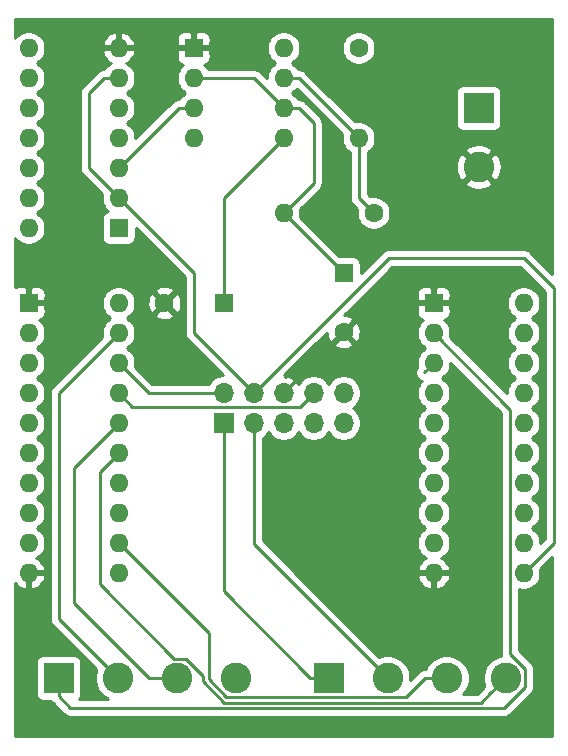
<source format=gbr>
G04 #@! TF.GenerationSoftware,KiCad,Pcbnew,(5.1.5-0-10_14)*
G04 #@! TF.CreationDate,2022-01-19T13:44:37-07:00*
G04 #@! TF.ProjectId,genesisctl,67656e65-7369-4736-9374-6c2e6b696361,rev?*
G04 #@! TF.SameCoordinates,Original*
G04 #@! TF.FileFunction,Copper,L1,Top*
G04 #@! TF.FilePolarity,Positive*
%FSLAX46Y46*%
G04 Gerber Fmt 4.6, Leading zero omitted, Abs format (unit mm)*
G04 Created by KiCad (PCBNEW (5.1.5-0-10_14)) date 2022-01-19 13:44:37*
%MOMM*%
%LPD*%
G04 APERTURE LIST*
%ADD10C,2.600000*%
%ADD11R,2.600000X2.600000*%
%ADD12O,1.600000X1.600000*%
%ADD13R,1.600000X1.600000*%
%ADD14C,1.600000*%
%ADD15R,1.700000X1.700000*%
%ADD16O,1.700000X1.700000*%
%ADD17C,0.800000*%
%ADD18C,0.250000*%
%ADD19C,0.254000*%
G04 APERTURE END LIST*
D10*
X208040000Y-88900000D03*
X203040000Y-88900000D03*
X198040000Y-88900000D03*
D11*
X193040000Y-88900000D03*
D12*
X232410000Y-57150000D03*
X224790000Y-80010000D03*
X232410000Y-59690000D03*
X224790000Y-77470000D03*
X232410000Y-62230000D03*
X224790000Y-74930000D03*
X232410000Y-64770000D03*
X224790000Y-72390000D03*
X232410000Y-67310000D03*
X224790000Y-69850000D03*
X232410000Y-69850000D03*
X224790000Y-67310000D03*
X232410000Y-72390000D03*
X224790000Y-64770000D03*
X232410000Y-74930000D03*
X224790000Y-62230000D03*
X232410000Y-77470000D03*
X224790000Y-59690000D03*
X232410000Y-80010000D03*
D13*
X224790000Y-57150000D03*
X198120000Y-50800000D03*
D12*
X190500000Y-35560000D03*
X198120000Y-48260000D03*
X190500000Y-38100000D03*
X198120000Y-45720000D03*
X190500000Y-40640000D03*
X198120000Y-43180000D03*
X190500000Y-43180000D03*
X198120000Y-40640000D03*
X190500000Y-45720000D03*
X198120000Y-38100000D03*
X190500000Y-48260000D03*
X198120000Y-35560000D03*
X190500000Y-50800000D03*
D13*
X204470000Y-35560000D03*
D12*
X212090000Y-43180000D03*
X204470000Y-38100000D03*
X212090000Y-40640000D03*
X204470000Y-40640000D03*
X212090000Y-38100000D03*
X204470000Y-43180000D03*
X212090000Y-35560000D03*
D13*
X207010000Y-57150000D03*
D14*
X202010000Y-57150000D03*
X217170000Y-59610000D03*
D13*
X217170000Y-54610000D03*
D15*
X207010000Y-67310000D03*
D16*
X207010000Y-64770000D03*
X209550000Y-67310000D03*
X209550000Y-64770000D03*
X212090000Y-67310000D03*
X212090000Y-64770000D03*
X214630000Y-67310000D03*
X214630000Y-64770000D03*
X217170000Y-67310000D03*
X217170000Y-64770000D03*
D11*
X228600000Y-40640000D03*
D10*
X228600000Y-45640000D03*
D11*
X215900000Y-88900000D03*
D10*
X220900000Y-88900000D03*
X225900000Y-88900000D03*
X230900000Y-88900000D03*
D12*
X218440000Y-43180000D03*
D14*
X218440000Y-35560000D03*
D12*
X212090000Y-49530000D03*
D14*
X219710000Y-49530000D03*
D13*
X190500000Y-57150000D03*
D12*
X198120000Y-80010000D03*
X190500000Y-59690000D03*
X198120000Y-77470000D03*
X190500000Y-62230000D03*
X198120000Y-74930000D03*
X190500000Y-64770000D03*
X198120000Y-72390000D03*
X190500000Y-67310000D03*
X198120000Y-69850000D03*
X190500000Y-69850000D03*
X198120000Y-67310000D03*
X190500000Y-72390000D03*
X198120000Y-64770000D03*
X190500000Y-74930000D03*
X198120000Y-62230000D03*
X190500000Y-77470000D03*
X198120000Y-59690000D03*
X190500000Y-80010000D03*
X198120000Y-57150000D03*
D17*
X228600000Y-55880000D03*
X228600000Y-50800000D03*
X220980000Y-82550000D03*
X224790000Y-86360000D03*
D18*
X207010000Y-48260000D02*
X207010000Y-57150000D01*
X212090000Y-43180000D02*
X207010000Y-48260000D01*
X212090000Y-64690000D02*
X212090000Y-64770000D01*
X217170000Y-59610000D02*
X212090000Y-64690000D01*
X209550000Y-38100000D02*
X212090000Y-40640000D01*
X204470000Y-38100000D02*
X209550000Y-38100000D01*
X212090000Y-40640000D02*
X213360000Y-40640000D01*
X213360000Y-40640000D02*
X214630000Y-41910000D01*
X214630000Y-46990000D02*
X212090000Y-49530000D01*
X214630000Y-41910000D02*
X214630000Y-46990000D01*
X217170000Y-54610000D02*
X212090000Y-49530000D01*
X214350000Y-88900000D02*
X215900000Y-88900000D01*
X207010000Y-81560000D02*
X214350000Y-88900000D01*
X207010000Y-67310000D02*
X207010000Y-81560000D01*
X198120000Y-38100000D02*
X196850000Y-38100000D01*
X196850000Y-38100000D02*
X195580000Y-39370000D01*
X195580000Y-45720000D02*
X198120000Y-48260000D01*
X195580000Y-39370000D02*
X195580000Y-45720000D01*
X198120000Y-48260000D02*
X204470000Y-54610000D01*
X204470000Y-59690000D02*
X209550000Y-64770000D01*
X204470000Y-54610000D02*
X204470000Y-59690000D01*
X209550000Y-64770000D02*
X220980000Y-53340000D01*
X220980000Y-53340000D02*
X232410000Y-53340000D01*
X232410000Y-53340000D02*
X234950000Y-55880000D01*
X234950000Y-77470000D02*
X232410000Y-80010000D01*
X234950000Y-55880000D02*
X234950000Y-77470000D01*
X223990001Y-63029999D02*
X224790000Y-62230000D01*
X200660000Y-64770000D02*
X198120000Y-62230000D01*
X207010000Y-64770000D02*
X200660000Y-64770000D01*
X209550000Y-77550000D02*
X220900000Y-88900000D01*
X209550000Y-67310000D02*
X209550000Y-77550000D01*
X213780001Y-65619999D02*
X214630000Y-64770000D01*
X199295001Y-65945001D02*
X213454999Y-65945001D01*
X213454999Y-65945001D02*
X213780001Y-65619999D01*
X198120000Y-64770000D02*
X199295001Y-65945001D01*
X200660000Y-88900000D02*
X203040000Y-88900000D01*
X194310000Y-82550000D02*
X200660000Y-88900000D01*
X194310000Y-71120000D02*
X194310000Y-82550000D01*
X198120000Y-67310000D02*
X194310000Y-71120000D01*
X198120000Y-59690000D02*
X193040000Y-64770000D01*
X193040000Y-83900000D02*
X198040000Y-88900000D01*
X193040000Y-64770000D02*
X193040000Y-83900000D01*
X213360000Y-38100000D02*
X218440000Y-43180000D01*
X212090000Y-38100000D02*
X213360000Y-38100000D01*
X218440000Y-48260000D02*
X219710000Y-49530000D01*
X218440000Y-43180000D02*
X218440000Y-48260000D01*
X203200000Y-40640000D02*
X198120000Y-45720000D01*
X204470000Y-40640000D02*
X203200000Y-40640000D01*
X198919999Y-78269999D02*
X198120000Y-77470000D01*
X205739999Y-85089999D02*
X198919999Y-78269999D01*
X205739999Y-89005001D02*
X205739999Y-85089999D01*
X207259999Y-90525001D02*
X205739999Y-89005001D01*
X222436522Y-90525001D02*
X207259999Y-90525001D01*
X224061523Y-88900000D02*
X222436522Y-90525001D01*
X225900000Y-88900000D02*
X224061523Y-88900000D01*
X228824989Y-90975011D02*
X229600001Y-90199999D01*
X205289991Y-89191403D02*
X207073599Y-90975011D01*
X205289990Y-88744988D02*
X205289991Y-89191403D01*
X207073599Y-90975011D02*
X228824989Y-90975011D01*
X203820001Y-87274999D02*
X205289990Y-88744988D01*
X202844999Y-87274999D02*
X203820001Y-87274999D01*
X196544990Y-80974990D02*
X202844999Y-87274999D01*
X229600001Y-90199999D02*
X230900000Y-88900000D01*
X196544990Y-71425010D02*
X196544990Y-80974990D01*
X198120000Y-69850000D02*
X196544990Y-71425010D01*
X193040000Y-90450000D02*
X193040000Y-88900000D01*
X194015021Y-91425021D02*
X193040000Y-90450000D01*
X232525001Y-89680001D02*
X230779981Y-91425021D01*
X232525001Y-88119999D02*
X232525001Y-89680001D01*
X231284999Y-86879997D02*
X232525001Y-88119999D01*
X230779981Y-91425021D02*
X194015021Y-91425021D01*
X231284999Y-66184999D02*
X231284999Y-86879997D01*
X224790000Y-59690000D02*
X231284999Y-66184999D01*
D19*
G36*
X234823000Y-54678198D02*
G01*
X232973804Y-52829003D01*
X232950001Y-52799999D01*
X232834276Y-52705026D01*
X232702247Y-52634454D01*
X232558986Y-52590997D01*
X232447333Y-52580000D01*
X232447322Y-52580000D01*
X232410000Y-52576324D01*
X232372678Y-52580000D01*
X221017322Y-52580000D01*
X220979999Y-52576324D01*
X220942677Y-52580000D01*
X220942667Y-52580000D01*
X220831014Y-52590997D01*
X220687753Y-52634454D01*
X220555723Y-52705026D01*
X220472083Y-52773668D01*
X220439999Y-52799999D01*
X220416201Y-52828997D01*
X218608072Y-54637126D01*
X218608072Y-53810000D01*
X218595812Y-53685518D01*
X218559502Y-53565820D01*
X218500537Y-53455506D01*
X218421185Y-53358815D01*
X218324494Y-53279463D01*
X218214180Y-53220498D01*
X218094482Y-53184188D01*
X217970000Y-53171928D01*
X216806730Y-53171928D01*
X213488688Y-49853887D01*
X213525000Y-49671335D01*
X213525000Y-49388665D01*
X213488688Y-49206114D01*
X215141008Y-47553795D01*
X215170001Y-47530001D01*
X215193795Y-47501008D01*
X215193799Y-47501004D01*
X215264973Y-47414277D01*
X215264974Y-47414276D01*
X215335546Y-47282247D01*
X215379003Y-47138986D01*
X215390000Y-47027333D01*
X215390000Y-47027324D01*
X215393676Y-46990001D01*
X215390000Y-46952678D01*
X215390000Y-41947322D01*
X215393676Y-41909999D01*
X215390000Y-41872676D01*
X215390000Y-41872667D01*
X215379003Y-41761014D01*
X215335546Y-41617753D01*
X215264974Y-41485724D01*
X215170001Y-41369999D01*
X215141004Y-41346202D01*
X213923804Y-40129003D01*
X213900001Y-40099999D01*
X213784276Y-40005026D01*
X213652247Y-39934454D01*
X213508986Y-39890997D01*
X213397333Y-39880000D01*
X213397322Y-39880000D01*
X213360000Y-39876324D01*
X213322678Y-39880000D01*
X213308043Y-39880000D01*
X213204637Y-39725241D01*
X213004759Y-39525363D01*
X212772241Y-39370000D01*
X213004759Y-39214637D01*
X213202297Y-39017099D01*
X217041312Y-42856114D01*
X217005000Y-43038665D01*
X217005000Y-43321335D01*
X217060147Y-43598574D01*
X217168320Y-43859727D01*
X217325363Y-44094759D01*
X217525241Y-44294637D01*
X217680000Y-44398044D01*
X217680001Y-48222667D01*
X217676324Y-48260000D01*
X217680001Y-48297333D01*
X217690998Y-48408986D01*
X217704180Y-48452442D01*
X217734454Y-48552246D01*
X217805026Y-48684276D01*
X217872362Y-48766324D01*
X217900000Y-48800001D01*
X217928998Y-48823799D01*
X218311312Y-49206114D01*
X218275000Y-49388665D01*
X218275000Y-49671335D01*
X218330147Y-49948574D01*
X218438320Y-50209727D01*
X218595363Y-50444759D01*
X218795241Y-50644637D01*
X219030273Y-50801680D01*
X219291426Y-50909853D01*
X219568665Y-50965000D01*
X219851335Y-50965000D01*
X220128574Y-50909853D01*
X220389727Y-50801680D01*
X220624759Y-50644637D01*
X220824637Y-50444759D01*
X220981680Y-50209727D01*
X221089853Y-49948574D01*
X221145000Y-49671335D01*
X221145000Y-49388665D01*
X221089853Y-49111426D01*
X220981680Y-48850273D01*
X220824637Y-48615241D01*
X220624759Y-48415363D01*
X220389727Y-48258320D01*
X220128574Y-48150147D01*
X219851335Y-48095000D01*
X219568665Y-48095000D01*
X219386114Y-48131312D01*
X219200000Y-47945199D01*
X219200000Y-46989224D01*
X227430381Y-46989224D01*
X227562317Y-47284312D01*
X227903045Y-47455159D01*
X228270557Y-47556250D01*
X228650729Y-47583701D01*
X229028951Y-47536457D01*
X229390690Y-47416333D01*
X229637683Y-47284312D01*
X229769619Y-46989224D01*
X228600000Y-45819605D01*
X227430381Y-46989224D01*
X219200000Y-46989224D01*
X219200000Y-45690729D01*
X226656299Y-45690729D01*
X226703543Y-46068951D01*
X226823667Y-46430690D01*
X226955688Y-46677683D01*
X227250776Y-46809619D01*
X228420395Y-45640000D01*
X228779605Y-45640000D01*
X229949224Y-46809619D01*
X230244312Y-46677683D01*
X230415159Y-46336955D01*
X230516250Y-45969443D01*
X230543701Y-45589271D01*
X230496457Y-45211049D01*
X230376333Y-44849310D01*
X230244312Y-44602317D01*
X229949224Y-44470381D01*
X228779605Y-45640000D01*
X228420395Y-45640000D01*
X227250776Y-44470381D01*
X226955688Y-44602317D01*
X226784841Y-44943045D01*
X226683750Y-45310557D01*
X226656299Y-45690729D01*
X219200000Y-45690729D01*
X219200000Y-44398043D01*
X219354759Y-44294637D01*
X219358620Y-44290776D01*
X227430381Y-44290776D01*
X228600000Y-45460395D01*
X229769619Y-44290776D01*
X229637683Y-43995688D01*
X229296955Y-43824841D01*
X228929443Y-43723750D01*
X228549271Y-43696299D01*
X228171049Y-43743543D01*
X227809310Y-43863667D01*
X227562317Y-43995688D01*
X227430381Y-44290776D01*
X219358620Y-44290776D01*
X219554637Y-44094759D01*
X219711680Y-43859727D01*
X219819853Y-43598574D01*
X219875000Y-43321335D01*
X219875000Y-43038665D01*
X219819853Y-42761426D01*
X219711680Y-42500273D01*
X219554637Y-42265241D01*
X219354759Y-42065363D01*
X219119727Y-41908320D01*
X218858574Y-41800147D01*
X218581335Y-41745000D01*
X218298665Y-41745000D01*
X218116114Y-41781312D01*
X215674802Y-39340000D01*
X226661928Y-39340000D01*
X226661928Y-41940000D01*
X226674188Y-42064482D01*
X226710498Y-42184180D01*
X226769463Y-42294494D01*
X226848815Y-42391185D01*
X226945506Y-42470537D01*
X227055820Y-42529502D01*
X227175518Y-42565812D01*
X227300000Y-42578072D01*
X229900000Y-42578072D01*
X230024482Y-42565812D01*
X230144180Y-42529502D01*
X230254494Y-42470537D01*
X230351185Y-42391185D01*
X230430537Y-42294494D01*
X230489502Y-42184180D01*
X230525812Y-42064482D01*
X230538072Y-41940000D01*
X230538072Y-39340000D01*
X230525812Y-39215518D01*
X230489502Y-39095820D01*
X230430537Y-38985506D01*
X230351185Y-38888815D01*
X230254494Y-38809463D01*
X230144180Y-38750498D01*
X230024482Y-38714188D01*
X229900000Y-38701928D01*
X227300000Y-38701928D01*
X227175518Y-38714188D01*
X227055820Y-38750498D01*
X226945506Y-38809463D01*
X226848815Y-38888815D01*
X226769463Y-38985506D01*
X226710498Y-39095820D01*
X226674188Y-39215518D01*
X226661928Y-39340000D01*
X215674802Y-39340000D01*
X213923804Y-37589003D01*
X213900001Y-37559999D01*
X213784276Y-37465026D01*
X213652247Y-37394454D01*
X213508986Y-37350997D01*
X213397333Y-37340000D01*
X213397322Y-37340000D01*
X213360000Y-37336324D01*
X213322678Y-37340000D01*
X213308043Y-37340000D01*
X213204637Y-37185241D01*
X213004759Y-36985363D01*
X212772241Y-36830000D01*
X213004759Y-36674637D01*
X213204637Y-36474759D01*
X213361680Y-36239727D01*
X213469853Y-35978574D01*
X213525000Y-35701335D01*
X213525000Y-35418665D01*
X217005000Y-35418665D01*
X217005000Y-35701335D01*
X217060147Y-35978574D01*
X217168320Y-36239727D01*
X217325363Y-36474759D01*
X217525241Y-36674637D01*
X217760273Y-36831680D01*
X218021426Y-36939853D01*
X218298665Y-36995000D01*
X218581335Y-36995000D01*
X218858574Y-36939853D01*
X219119727Y-36831680D01*
X219354759Y-36674637D01*
X219554637Y-36474759D01*
X219711680Y-36239727D01*
X219819853Y-35978574D01*
X219875000Y-35701335D01*
X219875000Y-35418665D01*
X219819853Y-35141426D01*
X219711680Y-34880273D01*
X219554637Y-34645241D01*
X219354759Y-34445363D01*
X219119727Y-34288320D01*
X218858574Y-34180147D01*
X218581335Y-34125000D01*
X218298665Y-34125000D01*
X218021426Y-34180147D01*
X217760273Y-34288320D01*
X217525241Y-34445363D01*
X217325363Y-34645241D01*
X217168320Y-34880273D01*
X217060147Y-35141426D01*
X217005000Y-35418665D01*
X213525000Y-35418665D01*
X213469853Y-35141426D01*
X213361680Y-34880273D01*
X213204637Y-34645241D01*
X213004759Y-34445363D01*
X212769727Y-34288320D01*
X212508574Y-34180147D01*
X212231335Y-34125000D01*
X211948665Y-34125000D01*
X211671426Y-34180147D01*
X211410273Y-34288320D01*
X211175241Y-34445363D01*
X210975363Y-34645241D01*
X210818320Y-34880273D01*
X210710147Y-35141426D01*
X210655000Y-35418665D01*
X210655000Y-35701335D01*
X210710147Y-35978574D01*
X210818320Y-36239727D01*
X210975363Y-36474759D01*
X211175241Y-36674637D01*
X211407759Y-36830000D01*
X211175241Y-36985363D01*
X210975363Y-37185241D01*
X210818320Y-37420273D01*
X210710147Y-37681426D01*
X210655000Y-37958665D01*
X210655000Y-38130199D01*
X210113804Y-37589003D01*
X210090001Y-37559999D01*
X209974276Y-37465026D01*
X209842247Y-37394454D01*
X209698986Y-37350997D01*
X209587333Y-37340000D01*
X209587322Y-37340000D01*
X209550000Y-37336324D01*
X209512678Y-37340000D01*
X205688043Y-37340000D01*
X205584637Y-37185241D01*
X205386039Y-36986643D01*
X205394482Y-36985812D01*
X205514180Y-36949502D01*
X205624494Y-36890537D01*
X205721185Y-36811185D01*
X205800537Y-36714494D01*
X205859502Y-36604180D01*
X205895812Y-36484482D01*
X205908072Y-36360000D01*
X205905000Y-35845750D01*
X205746250Y-35687000D01*
X204597000Y-35687000D01*
X204597000Y-35707000D01*
X204343000Y-35707000D01*
X204343000Y-35687000D01*
X203193750Y-35687000D01*
X203035000Y-35845750D01*
X203031928Y-36360000D01*
X203044188Y-36484482D01*
X203080498Y-36604180D01*
X203139463Y-36714494D01*
X203218815Y-36811185D01*
X203315506Y-36890537D01*
X203425820Y-36949502D01*
X203545518Y-36985812D01*
X203553961Y-36986643D01*
X203355363Y-37185241D01*
X203198320Y-37420273D01*
X203090147Y-37681426D01*
X203035000Y-37958665D01*
X203035000Y-38241335D01*
X203090147Y-38518574D01*
X203198320Y-38779727D01*
X203355363Y-39014759D01*
X203555241Y-39214637D01*
X203787759Y-39370000D01*
X203555241Y-39525363D01*
X203355363Y-39725241D01*
X203251957Y-39880000D01*
X203237323Y-39880000D01*
X203200000Y-39876324D01*
X203162677Y-39880000D01*
X203162667Y-39880000D01*
X203051014Y-39890997D01*
X202909912Y-39933799D01*
X202907753Y-39934454D01*
X202775723Y-40005026D01*
X202692083Y-40073668D01*
X202659999Y-40099999D01*
X202636202Y-40128996D01*
X199555000Y-43210199D01*
X199555000Y-43038665D01*
X199499853Y-42761426D01*
X199391680Y-42500273D01*
X199234637Y-42265241D01*
X199034759Y-42065363D01*
X198802241Y-41910000D01*
X199034759Y-41754637D01*
X199234637Y-41554759D01*
X199391680Y-41319727D01*
X199499853Y-41058574D01*
X199555000Y-40781335D01*
X199555000Y-40498665D01*
X199499853Y-40221426D01*
X199391680Y-39960273D01*
X199234637Y-39725241D01*
X199034759Y-39525363D01*
X198802241Y-39370000D01*
X199034759Y-39214637D01*
X199234637Y-39014759D01*
X199391680Y-38779727D01*
X199499853Y-38518574D01*
X199555000Y-38241335D01*
X199555000Y-37958665D01*
X199499853Y-37681426D01*
X199391680Y-37420273D01*
X199234637Y-37185241D01*
X199034759Y-36985363D01*
X198799727Y-36828320D01*
X198789135Y-36823933D01*
X198975131Y-36712385D01*
X199183519Y-36523414D01*
X199351037Y-36297420D01*
X199471246Y-36043087D01*
X199511904Y-35909039D01*
X199389915Y-35687000D01*
X198247000Y-35687000D01*
X198247000Y-35707000D01*
X197993000Y-35707000D01*
X197993000Y-35687000D01*
X196850085Y-35687000D01*
X196728096Y-35909039D01*
X196768754Y-36043087D01*
X196888963Y-36297420D01*
X197056481Y-36523414D01*
X197264869Y-36712385D01*
X197450865Y-36823933D01*
X197440273Y-36828320D01*
X197205241Y-36985363D01*
X197005363Y-37185241D01*
X196901957Y-37340000D01*
X196887322Y-37340000D01*
X196849999Y-37336324D01*
X196812676Y-37340000D01*
X196812667Y-37340000D01*
X196701014Y-37350997D01*
X196557753Y-37394454D01*
X196425724Y-37465026D01*
X196309999Y-37559999D01*
X196286201Y-37588997D01*
X195069003Y-38806196D01*
X195039999Y-38829999D01*
X194984871Y-38897174D01*
X194945026Y-38945724D01*
X194923762Y-38985506D01*
X194874454Y-39077754D01*
X194830997Y-39221015D01*
X194820000Y-39332668D01*
X194820000Y-39332678D01*
X194816324Y-39370000D01*
X194820000Y-39407323D01*
X194820001Y-45682668D01*
X194816324Y-45720000D01*
X194820001Y-45757333D01*
X194830245Y-45861335D01*
X194830998Y-45868985D01*
X194874454Y-46012246D01*
X194945026Y-46144276D01*
X195012362Y-46226324D01*
X195040000Y-46260001D01*
X195068998Y-46283799D01*
X196721312Y-47936114D01*
X196685000Y-48118665D01*
X196685000Y-48401335D01*
X196740147Y-48678574D01*
X196848320Y-48939727D01*
X197005363Y-49174759D01*
X197203961Y-49373357D01*
X197195518Y-49374188D01*
X197075820Y-49410498D01*
X196965506Y-49469463D01*
X196868815Y-49548815D01*
X196789463Y-49645506D01*
X196730498Y-49755820D01*
X196694188Y-49875518D01*
X196681928Y-50000000D01*
X196681928Y-51600000D01*
X196694188Y-51724482D01*
X196730498Y-51844180D01*
X196789463Y-51954494D01*
X196868815Y-52051185D01*
X196965506Y-52130537D01*
X197075820Y-52189502D01*
X197195518Y-52225812D01*
X197320000Y-52238072D01*
X198920000Y-52238072D01*
X199044482Y-52225812D01*
X199164180Y-52189502D01*
X199274494Y-52130537D01*
X199371185Y-52051185D01*
X199450537Y-51954494D01*
X199509502Y-51844180D01*
X199545812Y-51724482D01*
X199558072Y-51600000D01*
X199558072Y-50772873D01*
X203710000Y-54924802D01*
X203710001Y-59652668D01*
X203706324Y-59690000D01*
X203710001Y-59727333D01*
X203720245Y-59831335D01*
X203720998Y-59838985D01*
X203764454Y-59982246D01*
X203835026Y-60114276D01*
X203906201Y-60201002D01*
X203930000Y-60230001D01*
X203958998Y-60253799D01*
X206990198Y-63285000D01*
X206863740Y-63285000D01*
X206576842Y-63342068D01*
X206306589Y-63454010D01*
X206063368Y-63616525D01*
X205856525Y-63823368D01*
X205731822Y-64010000D01*
X200974803Y-64010000D01*
X199518688Y-62553886D01*
X199555000Y-62371335D01*
X199555000Y-62088665D01*
X199499853Y-61811426D01*
X199391680Y-61550273D01*
X199234637Y-61315241D01*
X199034759Y-61115363D01*
X198802241Y-60960000D01*
X199034759Y-60804637D01*
X199234637Y-60604759D01*
X199391680Y-60369727D01*
X199499853Y-60108574D01*
X199555000Y-59831335D01*
X199555000Y-59548665D01*
X199499853Y-59271426D01*
X199391680Y-59010273D01*
X199234637Y-58775241D01*
X199034759Y-58575363D01*
X198802241Y-58420000D01*
X199034759Y-58264637D01*
X199156694Y-58142702D01*
X201196903Y-58142702D01*
X201268486Y-58386671D01*
X201523996Y-58507571D01*
X201798184Y-58576300D01*
X202080512Y-58590217D01*
X202360130Y-58548787D01*
X202626292Y-58453603D01*
X202751514Y-58386671D01*
X202823097Y-58142702D01*
X202010000Y-57329605D01*
X201196903Y-58142702D01*
X199156694Y-58142702D01*
X199234637Y-58064759D01*
X199391680Y-57829727D01*
X199499853Y-57568574D01*
X199555000Y-57291335D01*
X199555000Y-57220512D01*
X200569783Y-57220512D01*
X200611213Y-57500130D01*
X200706397Y-57766292D01*
X200773329Y-57891514D01*
X201017298Y-57963097D01*
X201830395Y-57150000D01*
X202189605Y-57150000D01*
X203002702Y-57963097D01*
X203246671Y-57891514D01*
X203367571Y-57636004D01*
X203436300Y-57361816D01*
X203450217Y-57079488D01*
X203408787Y-56799870D01*
X203313603Y-56533708D01*
X203246671Y-56408486D01*
X203002702Y-56336903D01*
X202189605Y-57150000D01*
X201830395Y-57150000D01*
X201017298Y-56336903D01*
X200773329Y-56408486D01*
X200652429Y-56663996D01*
X200583700Y-56938184D01*
X200569783Y-57220512D01*
X199555000Y-57220512D01*
X199555000Y-57008665D01*
X199499853Y-56731426D01*
X199391680Y-56470273D01*
X199234637Y-56235241D01*
X199156694Y-56157298D01*
X201196903Y-56157298D01*
X202010000Y-56970395D01*
X202823097Y-56157298D01*
X202751514Y-55913329D01*
X202496004Y-55792429D01*
X202221816Y-55723700D01*
X201939488Y-55709783D01*
X201659870Y-55751213D01*
X201393708Y-55846397D01*
X201268486Y-55913329D01*
X201196903Y-56157298D01*
X199156694Y-56157298D01*
X199034759Y-56035363D01*
X198799727Y-55878320D01*
X198538574Y-55770147D01*
X198261335Y-55715000D01*
X197978665Y-55715000D01*
X197701426Y-55770147D01*
X197440273Y-55878320D01*
X197205241Y-56035363D01*
X197005363Y-56235241D01*
X196848320Y-56470273D01*
X196740147Y-56731426D01*
X196685000Y-57008665D01*
X196685000Y-57291335D01*
X196740147Y-57568574D01*
X196848320Y-57829727D01*
X197005363Y-58064759D01*
X197205241Y-58264637D01*
X197437759Y-58420000D01*
X197205241Y-58575363D01*
X197005363Y-58775241D01*
X196848320Y-59010273D01*
X196740147Y-59271426D01*
X196685000Y-59548665D01*
X196685000Y-59831335D01*
X196721312Y-60013886D01*
X192529003Y-64206196D01*
X192499999Y-64229999D01*
X192444871Y-64297174D01*
X192405026Y-64345724D01*
X192369008Y-64413109D01*
X192334454Y-64477754D01*
X192290997Y-64621015D01*
X192280000Y-64732668D01*
X192280000Y-64732678D01*
X192276324Y-64770000D01*
X192280000Y-64807322D01*
X192280001Y-83862667D01*
X192276324Y-83900000D01*
X192290998Y-84048985D01*
X192334454Y-84192246D01*
X192405026Y-84324276D01*
X192454413Y-84384453D01*
X192500000Y-84440001D01*
X192528998Y-84463799D01*
X196244213Y-88179015D01*
X196179361Y-88335581D01*
X196105000Y-88709419D01*
X196105000Y-89090581D01*
X196179361Y-89464419D01*
X196325225Y-89816566D01*
X196536987Y-90133491D01*
X196806509Y-90403013D01*
X197123434Y-90614775D01*
X197244739Y-90665021D01*
X194774326Y-90665021D01*
X194791185Y-90651185D01*
X194870537Y-90554494D01*
X194929502Y-90444180D01*
X194965812Y-90324482D01*
X194978072Y-90200000D01*
X194978072Y-87600000D01*
X194965812Y-87475518D01*
X194929502Y-87355820D01*
X194870537Y-87245506D01*
X194791185Y-87148815D01*
X194694494Y-87069463D01*
X194584180Y-87010498D01*
X194464482Y-86974188D01*
X194340000Y-86961928D01*
X191740000Y-86961928D01*
X191615518Y-86974188D01*
X191495820Y-87010498D01*
X191385506Y-87069463D01*
X191288815Y-87148815D01*
X191209463Y-87245506D01*
X191150498Y-87355820D01*
X191114188Y-87475518D01*
X191101928Y-87600000D01*
X191101928Y-90200000D01*
X191114188Y-90324482D01*
X191150498Y-90444180D01*
X191209463Y-90554494D01*
X191288815Y-90651185D01*
X191385506Y-90730537D01*
X191495820Y-90789502D01*
X191615518Y-90825812D01*
X191740000Y-90838072D01*
X192385674Y-90838072D01*
X192405026Y-90874276D01*
X192430688Y-90905545D01*
X192499999Y-90990001D01*
X192529002Y-91013804D01*
X193451222Y-91936024D01*
X193475020Y-91965022D01*
X193504018Y-91988820D01*
X193590744Y-92059995D01*
X193722774Y-92130567D01*
X193866035Y-92174024D01*
X193977688Y-92185021D01*
X193977698Y-92185021D01*
X194015021Y-92188697D01*
X194052344Y-92185021D01*
X230742659Y-92185021D01*
X230779981Y-92188697D01*
X230817303Y-92185021D01*
X230817314Y-92185021D01*
X230928967Y-92174024D01*
X231072228Y-92130567D01*
X231204257Y-92059995D01*
X231319982Y-91965022D01*
X231343785Y-91936018D01*
X233036004Y-90243800D01*
X233065002Y-90220002D01*
X233136000Y-90133491D01*
X233159975Y-90104278D01*
X233230547Y-89972248D01*
X233240206Y-89940405D01*
X233274004Y-89828987D01*
X233285001Y-89717334D01*
X233285001Y-89717324D01*
X233288677Y-89680001D01*
X233285001Y-89642678D01*
X233285001Y-88157324D01*
X233288677Y-88119999D01*
X233285001Y-88082674D01*
X233285001Y-88082666D01*
X233274004Y-87971013D01*
X233230547Y-87827752D01*
X233159975Y-87695723D01*
X233065002Y-87579998D01*
X233036005Y-87556201D01*
X232044999Y-86565196D01*
X232044999Y-81400509D01*
X232268665Y-81445000D01*
X232551335Y-81445000D01*
X232828574Y-81389853D01*
X233089727Y-81281680D01*
X233324759Y-81124637D01*
X233524637Y-80924759D01*
X233681680Y-80689727D01*
X233789853Y-80428574D01*
X233845000Y-80151335D01*
X233845000Y-79868665D01*
X233808688Y-79686114D01*
X234823000Y-78671803D01*
X234823000Y-93853000D01*
X189357000Y-93853000D01*
X189357000Y-80866188D01*
X189436481Y-80973414D01*
X189644869Y-81162385D01*
X189886119Y-81307070D01*
X190150960Y-81401909D01*
X190373000Y-81280624D01*
X190373000Y-80137000D01*
X190627000Y-80137000D01*
X190627000Y-81280624D01*
X190849040Y-81401909D01*
X191113881Y-81307070D01*
X191355131Y-81162385D01*
X191563519Y-80973414D01*
X191731037Y-80747420D01*
X191851246Y-80493087D01*
X191891904Y-80359039D01*
X191769915Y-80137000D01*
X190627000Y-80137000D01*
X190373000Y-80137000D01*
X190353000Y-80137000D01*
X190353000Y-79883000D01*
X190373000Y-79883000D01*
X190373000Y-79863000D01*
X190627000Y-79863000D01*
X190627000Y-79883000D01*
X191769915Y-79883000D01*
X191891904Y-79660961D01*
X191851246Y-79526913D01*
X191731037Y-79272580D01*
X191563519Y-79046586D01*
X191355131Y-78857615D01*
X191169135Y-78746067D01*
X191179727Y-78741680D01*
X191414759Y-78584637D01*
X191614637Y-78384759D01*
X191771680Y-78149727D01*
X191879853Y-77888574D01*
X191935000Y-77611335D01*
X191935000Y-77328665D01*
X191879853Y-77051426D01*
X191771680Y-76790273D01*
X191614637Y-76555241D01*
X191414759Y-76355363D01*
X191182241Y-76200000D01*
X191414759Y-76044637D01*
X191614637Y-75844759D01*
X191771680Y-75609727D01*
X191879853Y-75348574D01*
X191935000Y-75071335D01*
X191935000Y-74788665D01*
X191879853Y-74511426D01*
X191771680Y-74250273D01*
X191614637Y-74015241D01*
X191414759Y-73815363D01*
X191182241Y-73660000D01*
X191414759Y-73504637D01*
X191614637Y-73304759D01*
X191771680Y-73069727D01*
X191879853Y-72808574D01*
X191935000Y-72531335D01*
X191935000Y-72248665D01*
X191879853Y-71971426D01*
X191771680Y-71710273D01*
X191614637Y-71475241D01*
X191414759Y-71275363D01*
X191182241Y-71120000D01*
X191414759Y-70964637D01*
X191614637Y-70764759D01*
X191771680Y-70529727D01*
X191879853Y-70268574D01*
X191935000Y-69991335D01*
X191935000Y-69708665D01*
X191879853Y-69431426D01*
X191771680Y-69170273D01*
X191614637Y-68935241D01*
X191414759Y-68735363D01*
X191182241Y-68580000D01*
X191414759Y-68424637D01*
X191614637Y-68224759D01*
X191771680Y-67989727D01*
X191879853Y-67728574D01*
X191935000Y-67451335D01*
X191935000Y-67168665D01*
X191879853Y-66891426D01*
X191771680Y-66630273D01*
X191614637Y-66395241D01*
X191414759Y-66195363D01*
X191182241Y-66040000D01*
X191414759Y-65884637D01*
X191614637Y-65684759D01*
X191771680Y-65449727D01*
X191879853Y-65188574D01*
X191935000Y-64911335D01*
X191935000Y-64628665D01*
X191879853Y-64351426D01*
X191771680Y-64090273D01*
X191614637Y-63855241D01*
X191414759Y-63655363D01*
X191182241Y-63500000D01*
X191414759Y-63344637D01*
X191614637Y-63144759D01*
X191771680Y-62909727D01*
X191879853Y-62648574D01*
X191935000Y-62371335D01*
X191935000Y-62088665D01*
X191879853Y-61811426D01*
X191771680Y-61550273D01*
X191614637Y-61315241D01*
X191414759Y-61115363D01*
X191182241Y-60960000D01*
X191414759Y-60804637D01*
X191614637Y-60604759D01*
X191771680Y-60369727D01*
X191879853Y-60108574D01*
X191935000Y-59831335D01*
X191935000Y-59548665D01*
X191879853Y-59271426D01*
X191771680Y-59010273D01*
X191614637Y-58775241D01*
X191416039Y-58576643D01*
X191424482Y-58575812D01*
X191544180Y-58539502D01*
X191654494Y-58480537D01*
X191751185Y-58401185D01*
X191830537Y-58304494D01*
X191889502Y-58194180D01*
X191925812Y-58074482D01*
X191938072Y-57950000D01*
X191935000Y-57435750D01*
X191776250Y-57277000D01*
X190627000Y-57277000D01*
X190627000Y-57297000D01*
X190373000Y-57297000D01*
X190373000Y-57277000D01*
X190353000Y-57277000D01*
X190353000Y-57023000D01*
X190373000Y-57023000D01*
X190373000Y-55873750D01*
X190627000Y-55873750D01*
X190627000Y-57023000D01*
X191776250Y-57023000D01*
X191935000Y-56864250D01*
X191938072Y-56350000D01*
X191925812Y-56225518D01*
X191889502Y-56105820D01*
X191830537Y-55995506D01*
X191751185Y-55898815D01*
X191654494Y-55819463D01*
X191544180Y-55760498D01*
X191424482Y-55724188D01*
X191300000Y-55711928D01*
X190785750Y-55715000D01*
X190627000Y-55873750D01*
X190373000Y-55873750D01*
X190214250Y-55715000D01*
X189700000Y-55711928D01*
X189575518Y-55724188D01*
X189455820Y-55760498D01*
X189357000Y-55813319D01*
X189357000Y-51672311D01*
X189385363Y-51714759D01*
X189585241Y-51914637D01*
X189820273Y-52071680D01*
X190081426Y-52179853D01*
X190358665Y-52235000D01*
X190641335Y-52235000D01*
X190918574Y-52179853D01*
X191179727Y-52071680D01*
X191414759Y-51914637D01*
X191614637Y-51714759D01*
X191771680Y-51479727D01*
X191879853Y-51218574D01*
X191935000Y-50941335D01*
X191935000Y-50658665D01*
X191879853Y-50381426D01*
X191771680Y-50120273D01*
X191614637Y-49885241D01*
X191414759Y-49685363D01*
X191182241Y-49530000D01*
X191414759Y-49374637D01*
X191614637Y-49174759D01*
X191771680Y-48939727D01*
X191879853Y-48678574D01*
X191935000Y-48401335D01*
X191935000Y-48118665D01*
X191879853Y-47841426D01*
X191771680Y-47580273D01*
X191614637Y-47345241D01*
X191414759Y-47145363D01*
X191182241Y-46990000D01*
X191414759Y-46834637D01*
X191614637Y-46634759D01*
X191771680Y-46399727D01*
X191879853Y-46138574D01*
X191935000Y-45861335D01*
X191935000Y-45578665D01*
X191879853Y-45301426D01*
X191771680Y-45040273D01*
X191614637Y-44805241D01*
X191414759Y-44605363D01*
X191182241Y-44450000D01*
X191414759Y-44294637D01*
X191614637Y-44094759D01*
X191771680Y-43859727D01*
X191879853Y-43598574D01*
X191935000Y-43321335D01*
X191935000Y-43038665D01*
X191879853Y-42761426D01*
X191771680Y-42500273D01*
X191614637Y-42265241D01*
X191414759Y-42065363D01*
X191182241Y-41910000D01*
X191414759Y-41754637D01*
X191614637Y-41554759D01*
X191771680Y-41319727D01*
X191879853Y-41058574D01*
X191935000Y-40781335D01*
X191935000Y-40498665D01*
X191879853Y-40221426D01*
X191771680Y-39960273D01*
X191614637Y-39725241D01*
X191414759Y-39525363D01*
X191182241Y-39370000D01*
X191414759Y-39214637D01*
X191614637Y-39014759D01*
X191771680Y-38779727D01*
X191879853Y-38518574D01*
X191935000Y-38241335D01*
X191935000Y-37958665D01*
X191879853Y-37681426D01*
X191771680Y-37420273D01*
X191614637Y-37185241D01*
X191414759Y-36985363D01*
X191182241Y-36830000D01*
X191414759Y-36674637D01*
X191614637Y-36474759D01*
X191771680Y-36239727D01*
X191879853Y-35978574D01*
X191935000Y-35701335D01*
X191935000Y-35418665D01*
X191893685Y-35210961D01*
X196728096Y-35210961D01*
X196850085Y-35433000D01*
X197993000Y-35433000D01*
X197993000Y-34289376D01*
X198247000Y-34289376D01*
X198247000Y-35433000D01*
X199389915Y-35433000D01*
X199511904Y-35210961D01*
X199471246Y-35076913D01*
X199351037Y-34822580D01*
X199304650Y-34760000D01*
X203031928Y-34760000D01*
X203035000Y-35274250D01*
X203193750Y-35433000D01*
X204343000Y-35433000D01*
X204343000Y-34283750D01*
X204597000Y-34283750D01*
X204597000Y-35433000D01*
X205746250Y-35433000D01*
X205905000Y-35274250D01*
X205908072Y-34760000D01*
X205895812Y-34635518D01*
X205859502Y-34515820D01*
X205800537Y-34405506D01*
X205721185Y-34308815D01*
X205624494Y-34229463D01*
X205514180Y-34170498D01*
X205394482Y-34134188D01*
X205270000Y-34121928D01*
X204755750Y-34125000D01*
X204597000Y-34283750D01*
X204343000Y-34283750D01*
X204184250Y-34125000D01*
X203670000Y-34121928D01*
X203545518Y-34134188D01*
X203425820Y-34170498D01*
X203315506Y-34229463D01*
X203218815Y-34308815D01*
X203139463Y-34405506D01*
X203080498Y-34515820D01*
X203044188Y-34635518D01*
X203031928Y-34760000D01*
X199304650Y-34760000D01*
X199183519Y-34596586D01*
X198975131Y-34407615D01*
X198733881Y-34262930D01*
X198469040Y-34168091D01*
X198247000Y-34289376D01*
X197993000Y-34289376D01*
X197770960Y-34168091D01*
X197506119Y-34262930D01*
X197264869Y-34407615D01*
X197056481Y-34596586D01*
X196888963Y-34822580D01*
X196768754Y-35076913D01*
X196728096Y-35210961D01*
X191893685Y-35210961D01*
X191879853Y-35141426D01*
X191771680Y-34880273D01*
X191614637Y-34645241D01*
X191414759Y-34445363D01*
X191179727Y-34288320D01*
X190918574Y-34180147D01*
X190641335Y-34125000D01*
X190358665Y-34125000D01*
X190081426Y-34180147D01*
X189820273Y-34288320D01*
X189585241Y-34445363D01*
X189385363Y-34645241D01*
X189357000Y-34687689D01*
X189357000Y-33147000D01*
X234823000Y-33147000D01*
X234823000Y-54678198D01*
G37*
X234823000Y-54678198D02*
X232973804Y-52829003D01*
X232950001Y-52799999D01*
X232834276Y-52705026D01*
X232702247Y-52634454D01*
X232558986Y-52590997D01*
X232447333Y-52580000D01*
X232447322Y-52580000D01*
X232410000Y-52576324D01*
X232372678Y-52580000D01*
X221017322Y-52580000D01*
X220979999Y-52576324D01*
X220942677Y-52580000D01*
X220942667Y-52580000D01*
X220831014Y-52590997D01*
X220687753Y-52634454D01*
X220555723Y-52705026D01*
X220472083Y-52773668D01*
X220439999Y-52799999D01*
X220416201Y-52828997D01*
X218608072Y-54637126D01*
X218608072Y-53810000D01*
X218595812Y-53685518D01*
X218559502Y-53565820D01*
X218500537Y-53455506D01*
X218421185Y-53358815D01*
X218324494Y-53279463D01*
X218214180Y-53220498D01*
X218094482Y-53184188D01*
X217970000Y-53171928D01*
X216806730Y-53171928D01*
X213488688Y-49853887D01*
X213525000Y-49671335D01*
X213525000Y-49388665D01*
X213488688Y-49206114D01*
X215141008Y-47553795D01*
X215170001Y-47530001D01*
X215193795Y-47501008D01*
X215193799Y-47501004D01*
X215264973Y-47414277D01*
X215264974Y-47414276D01*
X215335546Y-47282247D01*
X215379003Y-47138986D01*
X215390000Y-47027333D01*
X215390000Y-47027324D01*
X215393676Y-46990001D01*
X215390000Y-46952678D01*
X215390000Y-41947322D01*
X215393676Y-41909999D01*
X215390000Y-41872676D01*
X215390000Y-41872667D01*
X215379003Y-41761014D01*
X215335546Y-41617753D01*
X215264974Y-41485724D01*
X215170001Y-41369999D01*
X215141004Y-41346202D01*
X213923804Y-40129003D01*
X213900001Y-40099999D01*
X213784276Y-40005026D01*
X213652247Y-39934454D01*
X213508986Y-39890997D01*
X213397333Y-39880000D01*
X213397322Y-39880000D01*
X213360000Y-39876324D01*
X213322678Y-39880000D01*
X213308043Y-39880000D01*
X213204637Y-39725241D01*
X213004759Y-39525363D01*
X212772241Y-39370000D01*
X213004759Y-39214637D01*
X213202297Y-39017099D01*
X217041312Y-42856114D01*
X217005000Y-43038665D01*
X217005000Y-43321335D01*
X217060147Y-43598574D01*
X217168320Y-43859727D01*
X217325363Y-44094759D01*
X217525241Y-44294637D01*
X217680000Y-44398044D01*
X217680001Y-48222667D01*
X217676324Y-48260000D01*
X217680001Y-48297333D01*
X217690998Y-48408986D01*
X217704180Y-48452442D01*
X217734454Y-48552246D01*
X217805026Y-48684276D01*
X217872362Y-48766324D01*
X217900000Y-48800001D01*
X217928998Y-48823799D01*
X218311312Y-49206114D01*
X218275000Y-49388665D01*
X218275000Y-49671335D01*
X218330147Y-49948574D01*
X218438320Y-50209727D01*
X218595363Y-50444759D01*
X218795241Y-50644637D01*
X219030273Y-50801680D01*
X219291426Y-50909853D01*
X219568665Y-50965000D01*
X219851335Y-50965000D01*
X220128574Y-50909853D01*
X220389727Y-50801680D01*
X220624759Y-50644637D01*
X220824637Y-50444759D01*
X220981680Y-50209727D01*
X221089853Y-49948574D01*
X221145000Y-49671335D01*
X221145000Y-49388665D01*
X221089853Y-49111426D01*
X220981680Y-48850273D01*
X220824637Y-48615241D01*
X220624759Y-48415363D01*
X220389727Y-48258320D01*
X220128574Y-48150147D01*
X219851335Y-48095000D01*
X219568665Y-48095000D01*
X219386114Y-48131312D01*
X219200000Y-47945199D01*
X219200000Y-46989224D01*
X227430381Y-46989224D01*
X227562317Y-47284312D01*
X227903045Y-47455159D01*
X228270557Y-47556250D01*
X228650729Y-47583701D01*
X229028951Y-47536457D01*
X229390690Y-47416333D01*
X229637683Y-47284312D01*
X229769619Y-46989224D01*
X228600000Y-45819605D01*
X227430381Y-46989224D01*
X219200000Y-46989224D01*
X219200000Y-45690729D01*
X226656299Y-45690729D01*
X226703543Y-46068951D01*
X226823667Y-46430690D01*
X226955688Y-46677683D01*
X227250776Y-46809619D01*
X228420395Y-45640000D01*
X228779605Y-45640000D01*
X229949224Y-46809619D01*
X230244312Y-46677683D01*
X230415159Y-46336955D01*
X230516250Y-45969443D01*
X230543701Y-45589271D01*
X230496457Y-45211049D01*
X230376333Y-44849310D01*
X230244312Y-44602317D01*
X229949224Y-44470381D01*
X228779605Y-45640000D01*
X228420395Y-45640000D01*
X227250776Y-44470381D01*
X226955688Y-44602317D01*
X226784841Y-44943045D01*
X226683750Y-45310557D01*
X226656299Y-45690729D01*
X219200000Y-45690729D01*
X219200000Y-44398043D01*
X219354759Y-44294637D01*
X219358620Y-44290776D01*
X227430381Y-44290776D01*
X228600000Y-45460395D01*
X229769619Y-44290776D01*
X229637683Y-43995688D01*
X229296955Y-43824841D01*
X228929443Y-43723750D01*
X228549271Y-43696299D01*
X228171049Y-43743543D01*
X227809310Y-43863667D01*
X227562317Y-43995688D01*
X227430381Y-44290776D01*
X219358620Y-44290776D01*
X219554637Y-44094759D01*
X219711680Y-43859727D01*
X219819853Y-43598574D01*
X219875000Y-43321335D01*
X219875000Y-43038665D01*
X219819853Y-42761426D01*
X219711680Y-42500273D01*
X219554637Y-42265241D01*
X219354759Y-42065363D01*
X219119727Y-41908320D01*
X218858574Y-41800147D01*
X218581335Y-41745000D01*
X218298665Y-41745000D01*
X218116114Y-41781312D01*
X215674802Y-39340000D01*
X226661928Y-39340000D01*
X226661928Y-41940000D01*
X226674188Y-42064482D01*
X226710498Y-42184180D01*
X226769463Y-42294494D01*
X226848815Y-42391185D01*
X226945506Y-42470537D01*
X227055820Y-42529502D01*
X227175518Y-42565812D01*
X227300000Y-42578072D01*
X229900000Y-42578072D01*
X230024482Y-42565812D01*
X230144180Y-42529502D01*
X230254494Y-42470537D01*
X230351185Y-42391185D01*
X230430537Y-42294494D01*
X230489502Y-42184180D01*
X230525812Y-42064482D01*
X230538072Y-41940000D01*
X230538072Y-39340000D01*
X230525812Y-39215518D01*
X230489502Y-39095820D01*
X230430537Y-38985506D01*
X230351185Y-38888815D01*
X230254494Y-38809463D01*
X230144180Y-38750498D01*
X230024482Y-38714188D01*
X229900000Y-38701928D01*
X227300000Y-38701928D01*
X227175518Y-38714188D01*
X227055820Y-38750498D01*
X226945506Y-38809463D01*
X226848815Y-38888815D01*
X226769463Y-38985506D01*
X226710498Y-39095820D01*
X226674188Y-39215518D01*
X226661928Y-39340000D01*
X215674802Y-39340000D01*
X213923804Y-37589003D01*
X213900001Y-37559999D01*
X213784276Y-37465026D01*
X213652247Y-37394454D01*
X213508986Y-37350997D01*
X213397333Y-37340000D01*
X213397322Y-37340000D01*
X213360000Y-37336324D01*
X213322678Y-37340000D01*
X213308043Y-37340000D01*
X213204637Y-37185241D01*
X213004759Y-36985363D01*
X212772241Y-36830000D01*
X213004759Y-36674637D01*
X213204637Y-36474759D01*
X213361680Y-36239727D01*
X213469853Y-35978574D01*
X213525000Y-35701335D01*
X213525000Y-35418665D01*
X217005000Y-35418665D01*
X217005000Y-35701335D01*
X217060147Y-35978574D01*
X217168320Y-36239727D01*
X217325363Y-36474759D01*
X217525241Y-36674637D01*
X217760273Y-36831680D01*
X218021426Y-36939853D01*
X218298665Y-36995000D01*
X218581335Y-36995000D01*
X218858574Y-36939853D01*
X219119727Y-36831680D01*
X219354759Y-36674637D01*
X219554637Y-36474759D01*
X219711680Y-36239727D01*
X219819853Y-35978574D01*
X219875000Y-35701335D01*
X219875000Y-35418665D01*
X219819853Y-35141426D01*
X219711680Y-34880273D01*
X219554637Y-34645241D01*
X219354759Y-34445363D01*
X219119727Y-34288320D01*
X218858574Y-34180147D01*
X218581335Y-34125000D01*
X218298665Y-34125000D01*
X218021426Y-34180147D01*
X217760273Y-34288320D01*
X217525241Y-34445363D01*
X217325363Y-34645241D01*
X217168320Y-34880273D01*
X217060147Y-35141426D01*
X217005000Y-35418665D01*
X213525000Y-35418665D01*
X213469853Y-35141426D01*
X213361680Y-34880273D01*
X213204637Y-34645241D01*
X213004759Y-34445363D01*
X212769727Y-34288320D01*
X212508574Y-34180147D01*
X212231335Y-34125000D01*
X211948665Y-34125000D01*
X211671426Y-34180147D01*
X211410273Y-34288320D01*
X211175241Y-34445363D01*
X210975363Y-34645241D01*
X210818320Y-34880273D01*
X210710147Y-35141426D01*
X210655000Y-35418665D01*
X210655000Y-35701335D01*
X210710147Y-35978574D01*
X210818320Y-36239727D01*
X210975363Y-36474759D01*
X211175241Y-36674637D01*
X211407759Y-36830000D01*
X211175241Y-36985363D01*
X210975363Y-37185241D01*
X210818320Y-37420273D01*
X210710147Y-37681426D01*
X210655000Y-37958665D01*
X210655000Y-38130199D01*
X210113804Y-37589003D01*
X210090001Y-37559999D01*
X209974276Y-37465026D01*
X209842247Y-37394454D01*
X209698986Y-37350997D01*
X209587333Y-37340000D01*
X209587322Y-37340000D01*
X209550000Y-37336324D01*
X209512678Y-37340000D01*
X205688043Y-37340000D01*
X205584637Y-37185241D01*
X205386039Y-36986643D01*
X205394482Y-36985812D01*
X205514180Y-36949502D01*
X205624494Y-36890537D01*
X205721185Y-36811185D01*
X205800537Y-36714494D01*
X205859502Y-36604180D01*
X205895812Y-36484482D01*
X205908072Y-36360000D01*
X205905000Y-35845750D01*
X205746250Y-35687000D01*
X204597000Y-35687000D01*
X204597000Y-35707000D01*
X204343000Y-35707000D01*
X204343000Y-35687000D01*
X203193750Y-35687000D01*
X203035000Y-35845750D01*
X203031928Y-36360000D01*
X203044188Y-36484482D01*
X203080498Y-36604180D01*
X203139463Y-36714494D01*
X203218815Y-36811185D01*
X203315506Y-36890537D01*
X203425820Y-36949502D01*
X203545518Y-36985812D01*
X203553961Y-36986643D01*
X203355363Y-37185241D01*
X203198320Y-37420273D01*
X203090147Y-37681426D01*
X203035000Y-37958665D01*
X203035000Y-38241335D01*
X203090147Y-38518574D01*
X203198320Y-38779727D01*
X203355363Y-39014759D01*
X203555241Y-39214637D01*
X203787759Y-39370000D01*
X203555241Y-39525363D01*
X203355363Y-39725241D01*
X203251957Y-39880000D01*
X203237323Y-39880000D01*
X203200000Y-39876324D01*
X203162677Y-39880000D01*
X203162667Y-39880000D01*
X203051014Y-39890997D01*
X202909912Y-39933799D01*
X202907753Y-39934454D01*
X202775723Y-40005026D01*
X202692083Y-40073668D01*
X202659999Y-40099999D01*
X202636202Y-40128996D01*
X199555000Y-43210199D01*
X199555000Y-43038665D01*
X199499853Y-42761426D01*
X199391680Y-42500273D01*
X199234637Y-42265241D01*
X199034759Y-42065363D01*
X198802241Y-41910000D01*
X199034759Y-41754637D01*
X199234637Y-41554759D01*
X199391680Y-41319727D01*
X199499853Y-41058574D01*
X199555000Y-40781335D01*
X199555000Y-40498665D01*
X199499853Y-40221426D01*
X199391680Y-39960273D01*
X199234637Y-39725241D01*
X199034759Y-39525363D01*
X198802241Y-39370000D01*
X199034759Y-39214637D01*
X199234637Y-39014759D01*
X199391680Y-38779727D01*
X199499853Y-38518574D01*
X199555000Y-38241335D01*
X199555000Y-37958665D01*
X199499853Y-37681426D01*
X199391680Y-37420273D01*
X199234637Y-37185241D01*
X199034759Y-36985363D01*
X198799727Y-36828320D01*
X198789135Y-36823933D01*
X198975131Y-36712385D01*
X199183519Y-36523414D01*
X199351037Y-36297420D01*
X199471246Y-36043087D01*
X199511904Y-35909039D01*
X199389915Y-35687000D01*
X198247000Y-35687000D01*
X198247000Y-35707000D01*
X197993000Y-35707000D01*
X197993000Y-35687000D01*
X196850085Y-35687000D01*
X196728096Y-35909039D01*
X196768754Y-36043087D01*
X196888963Y-36297420D01*
X197056481Y-36523414D01*
X197264869Y-36712385D01*
X197450865Y-36823933D01*
X197440273Y-36828320D01*
X197205241Y-36985363D01*
X197005363Y-37185241D01*
X196901957Y-37340000D01*
X196887322Y-37340000D01*
X196849999Y-37336324D01*
X196812676Y-37340000D01*
X196812667Y-37340000D01*
X196701014Y-37350997D01*
X196557753Y-37394454D01*
X196425724Y-37465026D01*
X196309999Y-37559999D01*
X196286201Y-37588997D01*
X195069003Y-38806196D01*
X195039999Y-38829999D01*
X194984871Y-38897174D01*
X194945026Y-38945724D01*
X194923762Y-38985506D01*
X194874454Y-39077754D01*
X194830997Y-39221015D01*
X194820000Y-39332668D01*
X194820000Y-39332678D01*
X194816324Y-39370000D01*
X194820000Y-39407323D01*
X194820001Y-45682668D01*
X194816324Y-45720000D01*
X194820001Y-45757333D01*
X194830245Y-45861335D01*
X194830998Y-45868985D01*
X194874454Y-46012246D01*
X194945026Y-46144276D01*
X195012362Y-46226324D01*
X195040000Y-46260001D01*
X195068998Y-46283799D01*
X196721312Y-47936114D01*
X196685000Y-48118665D01*
X196685000Y-48401335D01*
X196740147Y-48678574D01*
X196848320Y-48939727D01*
X197005363Y-49174759D01*
X197203961Y-49373357D01*
X197195518Y-49374188D01*
X197075820Y-49410498D01*
X196965506Y-49469463D01*
X196868815Y-49548815D01*
X196789463Y-49645506D01*
X196730498Y-49755820D01*
X196694188Y-49875518D01*
X196681928Y-50000000D01*
X196681928Y-51600000D01*
X196694188Y-51724482D01*
X196730498Y-51844180D01*
X196789463Y-51954494D01*
X196868815Y-52051185D01*
X196965506Y-52130537D01*
X197075820Y-52189502D01*
X197195518Y-52225812D01*
X197320000Y-52238072D01*
X198920000Y-52238072D01*
X199044482Y-52225812D01*
X199164180Y-52189502D01*
X199274494Y-52130537D01*
X199371185Y-52051185D01*
X199450537Y-51954494D01*
X199509502Y-51844180D01*
X199545812Y-51724482D01*
X199558072Y-51600000D01*
X199558072Y-50772873D01*
X203710000Y-54924802D01*
X203710001Y-59652668D01*
X203706324Y-59690000D01*
X203710001Y-59727333D01*
X203720245Y-59831335D01*
X203720998Y-59838985D01*
X203764454Y-59982246D01*
X203835026Y-60114276D01*
X203906201Y-60201002D01*
X203930000Y-60230001D01*
X203958998Y-60253799D01*
X206990198Y-63285000D01*
X206863740Y-63285000D01*
X206576842Y-63342068D01*
X206306589Y-63454010D01*
X206063368Y-63616525D01*
X205856525Y-63823368D01*
X205731822Y-64010000D01*
X200974803Y-64010000D01*
X199518688Y-62553886D01*
X199555000Y-62371335D01*
X199555000Y-62088665D01*
X199499853Y-61811426D01*
X199391680Y-61550273D01*
X199234637Y-61315241D01*
X199034759Y-61115363D01*
X198802241Y-60960000D01*
X199034759Y-60804637D01*
X199234637Y-60604759D01*
X199391680Y-60369727D01*
X199499853Y-60108574D01*
X199555000Y-59831335D01*
X199555000Y-59548665D01*
X199499853Y-59271426D01*
X199391680Y-59010273D01*
X199234637Y-58775241D01*
X199034759Y-58575363D01*
X198802241Y-58420000D01*
X199034759Y-58264637D01*
X199156694Y-58142702D01*
X201196903Y-58142702D01*
X201268486Y-58386671D01*
X201523996Y-58507571D01*
X201798184Y-58576300D01*
X202080512Y-58590217D01*
X202360130Y-58548787D01*
X202626292Y-58453603D01*
X202751514Y-58386671D01*
X202823097Y-58142702D01*
X202010000Y-57329605D01*
X201196903Y-58142702D01*
X199156694Y-58142702D01*
X199234637Y-58064759D01*
X199391680Y-57829727D01*
X199499853Y-57568574D01*
X199555000Y-57291335D01*
X199555000Y-57220512D01*
X200569783Y-57220512D01*
X200611213Y-57500130D01*
X200706397Y-57766292D01*
X200773329Y-57891514D01*
X201017298Y-57963097D01*
X201830395Y-57150000D01*
X202189605Y-57150000D01*
X203002702Y-57963097D01*
X203246671Y-57891514D01*
X203367571Y-57636004D01*
X203436300Y-57361816D01*
X203450217Y-57079488D01*
X203408787Y-56799870D01*
X203313603Y-56533708D01*
X203246671Y-56408486D01*
X203002702Y-56336903D01*
X202189605Y-57150000D01*
X201830395Y-57150000D01*
X201017298Y-56336903D01*
X200773329Y-56408486D01*
X200652429Y-56663996D01*
X200583700Y-56938184D01*
X200569783Y-57220512D01*
X199555000Y-57220512D01*
X199555000Y-57008665D01*
X199499853Y-56731426D01*
X199391680Y-56470273D01*
X199234637Y-56235241D01*
X199156694Y-56157298D01*
X201196903Y-56157298D01*
X202010000Y-56970395D01*
X202823097Y-56157298D01*
X202751514Y-55913329D01*
X202496004Y-55792429D01*
X202221816Y-55723700D01*
X201939488Y-55709783D01*
X201659870Y-55751213D01*
X201393708Y-55846397D01*
X201268486Y-55913329D01*
X201196903Y-56157298D01*
X199156694Y-56157298D01*
X199034759Y-56035363D01*
X198799727Y-55878320D01*
X198538574Y-55770147D01*
X198261335Y-55715000D01*
X197978665Y-55715000D01*
X197701426Y-55770147D01*
X197440273Y-55878320D01*
X197205241Y-56035363D01*
X197005363Y-56235241D01*
X196848320Y-56470273D01*
X196740147Y-56731426D01*
X196685000Y-57008665D01*
X196685000Y-57291335D01*
X196740147Y-57568574D01*
X196848320Y-57829727D01*
X197005363Y-58064759D01*
X197205241Y-58264637D01*
X197437759Y-58420000D01*
X197205241Y-58575363D01*
X197005363Y-58775241D01*
X196848320Y-59010273D01*
X196740147Y-59271426D01*
X196685000Y-59548665D01*
X196685000Y-59831335D01*
X196721312Y-60013886D01*
X192529003Y-64206196D01*
X192499999Y-64229999D01*
X192444871Y-64297174D01*
X192405026Y-64345724D01*
X192369008Y-64413109D01*
X192334454Y-64477754D01*
X192290997Y-64621015D01*
X192280000Y-64732668D01*
X192280000Y-64732678D01*
X192276324Y-64770000D01*
X192280000Y-64807322D01*
X192280001Y-83862667D01*
X192276324Y-83900000D01*
X192290998Y-84048985D01*
X192334454Y-84192246D01*
X192405026Y-84324276D01*
X192454413Y-84384453D01*
X192500000Y-84440001D01*
X192528998Y-84463799D01*
X196244213Y-88179015D01*
X196179361Y-88335581D01*
X196105000Y-88709419D01*
X196105000Y-89090581D01*
X196179361Y-89464419D01*
X196325225Y-89816566D01*
X196536987Y-90133491D01*
X196806509Y-90403013D01*
X197123434Y-90614775D01*
X197244739Y-90665021D01*
X194774326Y-90665021D01*
X194791185Y-90651185D01*
X194870537Y-90554494D01*
X194929502Y-90444180D01*
X194965812Y-90324482D01*
X194978072Y-90200000D01*
X194978072Y-87600000D01*
X194965812Y-87475518D01*
X194929502Y-87355820D01*
X194870537Y-87245506D01*
X194791185Y-87148815D01*
X194694494Y-87069463D01*
X194584180Y-87010498D01*
X194464482Y-86974188D01*
X194340000Y-86961928D01*
X191740000Y-86961928D01*
X191615518Y-86974188D01*
X191495820Y-87010498D01*
X191385506Y-87069463D01*
X191288815Y-87148815D01*
X191209463Y-87245506D01*
X191150498Y-87355820D01*
X191114188Y-87475518D01*
X191101928Y-87600000D01*
X191101928Y-90200000D01*
X191114188Y-90324482D01*
X191150498Y-90444180D01*
X191209463Y-90554494D01*
X191288815Y-90651185D01*
X191385506Y-90730537D01*
X191495820Y-90789502D01*
X191615518Y-90825812D01*
X191740000Y-90838072D01*
X192385674Y-90838072D01*
X192405026Y-90874276D01*
X192430688Y-90905545D01*
X192499999Y-90990001D01*
X192529002Y-91013804D01*
X193451222Y-91936024D01*
X193475020Y-91965022D01*
X193504018Y-91988820D01*
X193590744Y-92059995D01*
X193722774Y-92130567D01*
X193866035Y-92174024D01*
X193977688Y-92185021D01*
X193977698Y-92185021D01*
X194015021Y-92188697D01*
X194052344Y-92185021D01*
X230742659Y-92185021D01*
X230779981Y-92188697D01*
X230817303Y-92185021D01*
X230817314Y-92185021D01*
X230928967Y-92174024D01*
X231072228Y-92130567D01*
X231204257Y-92059995D01*
X231319982Y-91965022D01*
X231343785Y-91936018D01*
X233036004Y-90243800D01*
X233065002Y-90220002D01*
X233136000Y-90133491D01*
X233159975Y-90104278D01*
X233230547Y-89972248D01*
X233240206Y-89940405D01*
X233274004Y-89828987D01*
X233285001Y-89717334D01*
X233285001Y-89717324D01*
X233288677Y-89680001D01*
X233285001Y-89642678D01*
X233285001Y-88157324D01*
X233288677Y-88119999D01*
X233285001Y-88082674D01*
X233285001Y-88082666D01*
X233274004Y-87971013D01*
X233230547Y-87827752D01*
X233159975Y-87695723D01*
X233065002Y-87579998D01*
X233036005Y-87556201D01*
X232044999Y-86565196D01*
X232044999Y-81400509D01*
X232268665Y-81445000D01*
X232551335Y-81445000D01*
X232828574Y-81389853D01*
X233089727Y-81281680D01*
X233324759Y-81124637D01*
X233524637Y-80924759D01*
X233681680Y-80689727D01*
X233789853Y-80428574D01*
X233845000Y-80151335D01*
X233845000Y-79868665D01*
X233808688Y-79686114D01*
X234823000Y-78671803D01*
X234823000Y-93853000D01*
X189357000Y-93853000D01*
X189357000Y-80866188D01*
X189436481Y-80973414D01*
X189644869Y-81162385D01*
X189886119Y-81307070D01*
X190150960Y-81401909D01*
X190373000Y-81280624D01*
X190373000Y-80137000D01*
X190627000Y-80137000D01*
X190627000Y-81280624D01*
X190849040Y-81401909D01*
X191113881Y-81307070D01*
X191355131Y-81162385D01*
X191563519Y-80973414D01*
X191731037Y-80747420D01*
X191851246Y-80493087D01*
X191891904Y-80359039D01*
X191769915Y-80137000D01*
X190627000Y-80137000D01*
X190373000Y-80137000D01*
X190353000Y-80137000D01*
X190353000Y-79883000D01*
X190373000Y-79883000D01*
X190373000Y-79863000D01*
X190627000Y-79863000D01*
X190627000Y-79883000D01*
X191769915Y-79883000D01*
X191891904Y-79660961D01*
X191851246Y-79526913D01*
X191731037Y-79272580D01*
X191563519Y-79046586D01*
X191355131Y-78857615D01*
X191169135Y-78746067D01*
X191179727Y-78741680D01*
X191414759Y-78584637D01*
X191614637Y-78384759D01*
X191771680Y-78149727D01*
X191879853Y-77888574D01*
X191935000Y-77611335D01*
X191935000Y-77328665D01*
X191879853Y-77051426D01*
X191771680Y-76790273D01*
X191614637Y-76555241D01*
X191414759Y-76355363D01*
X191182241Y-76200000D01*
X191414759Y-76044637D01*
X191614637Y-75844759D01*
X191771680Y-75609727D01*
X191879853Y-75348574D01*
X191935000Y-75071335D01*
X191935000Y-74788665D01*
X191879853Y-74511426D01*
X191771680Y-74250273D01*
X191614637Y-74015241D01*
X191414759Y-73815363D01*
X191182241Y-73660000D01*
X191414759Y-73504637D01*
X191614637Y-73304759D01*
X191771680Y-73069727D01*
X191879853Y-72808574D01*
X191935000Y-72531335D01*
X191935000Y-72248665D01*
X191879853Y-71971426D01*
X191771680Y-71710273D01*
X191614637Y-71475241D01*
X191414759Y-71275363D01*
X191182241Y-71120000D01*
X191414759Y-70964637D01*
X191614637Y-70764759D01*
X191771680Y-70529727D01*
X191879853Y-70268574D01*
X191935000Y-69991335D01*
X191935000Y-69708665D01*
X191879853Y-69431426D01*
X191771680Y-69170273D01*
X191614637Y-68935241D01*
X191414759Y-68735363D01*
X191182241Y-68580000D01*
X191414759Y-68424637D01*
X191614637Y-68224759D01*
X191771680Y-67989727D01*
X191879853Y-67728574D01*
X191935000Y-67451335D01*
X191935000Y-67168665D01*
X191879853Y-66891426D01*
X191771680Y-66630273D01*
X191614637Y-66395241D01*
X191414759Y-66195363D01*
X191182241Y-66040000D01*
X191414759Y-65884637D01*
X191614637Y-65684759D01*
X191771680Y-65449727D01*
X191879853Y-65188574D01*
X191935000Y-64911335D01*
X191935000Y-64628665D01*
X191879853Y-64351426D01*
X191771680Y-64090273D01*
X191614637Y-63855241D01*
X191414759Y-63655363D01*
X191182241Y-63500000D01*
X191414759Y-63344637D01*
X191614637Y-63144759D01*
X191771680Y-62909727D01*
X191879853Y-62648574D01*
X191935000Y-62371335D01*
X191935000Y-62088665D01*
X191879853Y-61811426D01*
X191771680Y-61550273D01*
X191614637Y-61315241D01*
X191414759Y-61115363D01*
X191182241Y-60960000D01*
X191414759Y-60804637D01*
X191614637Y-60604759D01*
X191771680Y-60369727D01*
X191879853Y-60108574D01*
X191935000Y-59831335D01*
X191935000Y-59548665D01*
X191879853Y-59271426D01*
X191771680Y-59010273D01*
X191614637Y-58775241D01*
X191416039Y-58576643D01*
X191424482Y-58575812D01*
X191544180Y-58539502D01*
X191654494Y-58480537D01*
X191751185Y-58401185D01*
X191830537Y-58304494D01*
X191889502Y-58194180D01*
X191925812Y-58074482D01*
X191938072Y-57950000D01*
X191935000Y-57435750D01*
X191776250Y-57277000D01*
X190627000Y-57277000D01*
X190627000Y-57297000D01*
X190373000Y-57297000D01*
X190373000Y-57277000D01*
X190353000Y-57277000D01*
X190353000Y-57023000D01*
X190373000Y-57023000D01*
X190373000Y-55873750D01*
X190627000Y-55873750D01*
X190627000Y-57023000D01*
X191776250Y-57023000D01*
X191935000Y-56864250D01*
X191938072Y-56350000D01*
X191925812Y-56225518D01*
X191889502Y-56105820D01*
X191830537Y-55995506D01*
X191751185Y-55898815D01*
X191654494Y-55819463D01*
X191544180Y-55760498D01*
X191424482Y-55724188D01*
X191300000Y-55711928D01*
X190785750Y-55715000D01*
X190627000Y-55873750D01*
X190373000Y-55873750D01*
X190214250Y-55715000D01*
X189700000Y-55711928D01*
X189575518Y-55724188D01*
X189455820Y-55760498D01*
X189357000Y-55813319D01*
X189357000Y-51672311D01*
X189385363Y-51714759D01*
X189585241Y-51914637D01*
X189820273Y-52071680D01*
X190081426Y-52179853D01*
X190358665Y-52235000D01*
X190641335Y-52235000D01*
X190918574Y-52179853D01*
X191179727Y-52071680D01*
X191414759Y-51914637D01*
X191614637Y-51714759D01*
X191771680Y-51479727D01*
X191879853Y-51218574D01*
X191935000Y-50941335D01*
X191935000Y-50658665D01*
X191879853Y-50381426D01*
X191771680Y-50120273D01*
X191614637Y-49885241D01*
X191414759Y-49685363D01*
X191182241Y-49530000D01*
X191414759Y-49374637D01*
X191614637Y-49174759D01*
X191771680Y-48939727D01*
X191879853Y-48678574D01*
X191935000Y-48401335D01*
X191935000Y-48118665D01*
X191879853Y-47841426D01*
X191771680Y-47580273D01*
X191614637Y-47345241D01*
X191414759Y-47145363D01*
X191182241Y-46990000D01*
X191414759Y-46834637D01*
X191614637Y-46634759D01*
X191771680Y-46399727D01*
X191879853Y-46138574D01*
X191935000Y-45861335D01*
X191935000Y-45578665D01*
X191879853Y-45301426D01*
X191771680Y-45040273D01*
X191614637Y-44805241D01*
X191414759Y-44605363D01*
X191182241Y-44450000D01*
X191414759Y-44294637D01*
X191614637Y-44094759D01*
X191771680Y-43859727D01*
X191879853Y-43598574D01*
X191935000Y-43321335D01*
X191935000Y-43038665D01*
X191879853Y-42761426D01*
X191771680Y-42500273D01*
X191614637Y-42265241D01*
X191414759Y-42065363D01*
X191182241Y-41910000D01*
X191414759Y-41754637D01*
X191614637Y-41554759D01*
X191771680Y-41319727D01*
X191879853Y-41058574D01*
X191935000Y-40781335D01*
X191935000Y-40498665D01*
X191879853Y-40221426D01*
X191771680Y-39960273D01*
X191614637Y-39725241D01*
X191414759Y-39525363D01*
X191182241Y-39370000D01*
X191414759Y-39214637D01*
X191614637Y-39014759D01*
X191771680Y-38779727D01*
X191879853Y-38518574D01*
X191935000Y-38241335D01*
X191935000Y-37958665D01*
X191879853Y-37681426D01*
X191771680Y-37420273D01*
X191614637Y-37185241D01*
X191414759Y-36985363D01*
X191182241Y-36830000D01*
X191414759Y-36674637D01*
X191614637Y-36474759D01*
X191771680Y-36239727D01*
X191879853Y-35978574D01*
X191935000Y-35701335D01*
X191935000Y-35418665D01*
X191893685Y-35210961D01*
X196728096Y-35210961D01*
X196850085Y-35433000D01*
X197993000Y-35433000D01*
X197993000Y-34289376D01*
X198247000Y-34289376D01*
X198247000Y-35433000D01*
X199389915Y-35433000D01*
X199511904Y-35210961D01*
X199471246Y-35076913D01*
X199351037Y-34822580D01*
X199304650Y-34760000D01*
X203031928Y-34760000D01*
X203035000Y-35274250D01*
X203193750Y-35433000D01*
X204343000Y-35433000D01*
X204343000Y-34283750D01*
X204597000Y-34283750D01*
X204597000Y-35433000D01*
X205746250Y-35433000D01*
X205905000Y-35274250D01*
X205908072Y-34760000D01*
X205895812Y-34635518D01*
X205859502Y-34515820D01*
X205800537Y-34405506D01*
X205721185Y-34308815D01*
X205624494Y-34229463D01*
X205514180Y-34170498D01*
X205394482Y-34134188D01*
X205270000Y-34121928D01*
X204755750Y-34125000D01*
X204597000Y-34283750D01*
X204343000Y-34283750D01*
X204184250Y-34125000D01*
X203670000Y-34121928D01*
X203545518Y-34134188D01*
X203425820Y-34170498D01*
X203315506Y-34229463D01*
X203218815Y-34308815D01*
X203139463Y-34405506D01*
X203080498Y-34515820D01*
X203044188Y-34635518D01*
X203031928Y-34760000D01*
X199304650Y-34760000D01*
X199183519Y-34596586D01*
X198975131Y-34407615D01*
X198733881Y-34262930D01*
X198469040Y-34168091D01*
X198247000Y-34289376D01*
X197993000Y-34289376D01*
X197770960Y-34168091D01*
X197506119Y-34262930D01*
X197264869Y-34407615D01*
X197056481Y-34596586D01*
X196888963Y-34822580D01*
X196768754Y-35076913D01*
X196728096Y-35210961D01*
X191893685Y-35210961D01*
X191879853Y-35141426D01*
X191771680Y-34880273D01*
X191614637Y-34645241D01*
X191414759Y-34445363D01*
X191179727Y-34288320D01*
X190918574Y-34180147D01*
X190641335Y-34125000D01*
X190358665Y-34125000D01*
X190081426Y-34180147D01*
X189820273Y-34288320D01*
X189585241Y-34445363D01*
X189385363Y-34645241D01*
X189357000Y-34687689D01*
X189357000Y-33147000D01*
X234823000Y-33147000D01*
X234823000Y-54678198D01*
G36*
X234190000Y-56194803D02*
G01*
X234190001Y-77155196D01*
X233845000Y-77500197D01*
X233845000Y-77328665D01*
X233789853Y-77051426D01*
X233681680Y-76790273D01*
X233524637Y-76555241D01*
X233324759Y-76355363D01*
X233092241Y-76200000D01*
X233324759Y-76044637D01*
X233524637Y-75844759D01*
X233681680Y-75609727D01*
X233789853Y-75348574D01*
X233845000Y-75071335D01*
X233845000Y-74788665D01*
X233789853Y-74511426D01*
X233681680Y-74250273D01*
X233524637Y-74015241D01*
X233324759Y-73815363D01*
X233092241Y-73660000D01*
X233324759Y-73504637D01*
X233524637Y-73304759D01*
X233681680Y-73069727D01*
X233789853Y-72808574D01*
X233845000Y-72531335D01*
X233845000Y-72248665D01*
X233789853Y-71971426D01*
X233681680Y-71710273D01*
X233524637Y-71475241D01*
X233324759Y-71275363D01*
X233092241Y-71120000D01*
X233324759Y-70964637D01*
X233524637Y-70764759D01*
X233681680Y-70529727D01*
X233789853Y-70268574D01*
X233845000Y-69991335D01*
X233845000Y-69708665D01*
X233789853Y-69431426D01*
X233681680Y-69170273D01*
X233524637Y-68935241D01*
X233324759Y-68735363D01*
X233092241Y-68580000D01*
X233324759Y-68424637D01*
X233524637Y-68224759D01*
X233681680Y-67989727D01*
X233789853Y-67728574D01*
X233845000Y-67451335D01*
X233845000Y-67168665D01*
X233789853Y-66891426D01*
X233681680Y-66630273D01*
X233524637Y-66395241D01*
X233324759Y-66195363D01*
X233092241Y-66040000D01*
X233324759Y-65884637D01*
X233524637Y-65684759D01*
X233681680Y-65449727D01*
X233789853Y-65188574D01*
X233845000Y-64911335D01*
X233845000Y-64628665D01*
X233789853Y-64351426D01*
X233681680Y-64090273D01*
X233524637Y-63855241D01*
X233324759Y-63655363D01*
X233092241Y-63500000D01*
X233324759Y-63344637D01*
X233524637Y-63144759D01*
X233681680Y-62909727D01*
X233789853Y-62648574D01*
X233845000Y-62371335D01*
X233845000Y-62088665D01*
X233789853Y-61811426D01*
X233681680Y-61550273D01*
X233524637Y-61315241D01*
X233324759Y-61115363D01*
X233092241Y-60960000D01*
X233324759Y-60804637D01*
X233524637Y-60604759D01*
X233681680Y-60369727D01*
X233789853Y-60108574D01*
X233845000Y-59831335D01*
X233845000Y-59548665D01*
X233789853Y-59271426D01*
X233681680Y-59010273D01*
X233524637Y-58775241D01*
X233324759Y-58575363D01*
X233092241Y-58420000D01*
X233324759Y-58264637D01*
X233524637Y-58064759D01*
X233681680Y-57829727D01*
X233789853Y-57568574D01*
X233845000Y-57291335D01*
X233845000Y-57008665D01*
X233789853Y-56731426D01*
X233681680Y-56470273D01*
X233524637Y-56235241D01*
X233324759Y-56035363D01*
X233089727Y-55878320D01*
X232828574Y-55770147D01*
X232551335Y-55715000D01*
X232268665Y-55715000D01*
X231991426Y-55770147D01*
X231730273Y-55878320D01*
X231495241Y-56035363D01*
X231295363Y-56235241D01*
X231138320Y-56470273D01*
X231030147Y-56731426D01*
X230975000Y-57008665D01*
X230975000Y-57291335D01*
X231030147Y-57568574D01*
X231138320Y-57829727D01*
X231295363Y-58064759D01*
X231495241Y-58264637D01*
X231727759Y-58420000D01*
X231495241Y-58575363D01*
X231295363Y-58775241D01*
X231138320Y-59010273D01*
X231030147Y-59271426D01*
X230975000Y-59548665D01*
X230975000Y-59831335D01*
X231030147Y-60108574D01*
X231138320Y-60369727D01*
X231295363Y-60604759D01*
X231495241Y-60804637D01*
X231727759Y-60960000D01*
X231495241Y-61115363D01*
X231295363Y-61315241D01*
X231138320Y-61550273D01*
X231030147Y-61811426D01*
X230975000Y-62088665D01*
X230975000Y-62371335D01*
X231030147Y-62648574D01*
X231138320Y-62909727D01*
X231295363Y-63144759D01*
X231495241Y-63344637D01*
X231727759Y-63500000D01*
X231495241Y-63655363D01*
X231295363Y-63855241D01*
X231138320Y-64090273D01*
X231030147Y-64351426D01*
X230975000Y-64628665D01*
X230975000Y-64800198D01*
X226188688Y-60013887D01*
X226225000Y-59831335D01*
X226225000Y-59548665D01*
X226169853Y-59271426D01*
X226061680Y-59010273D01*
X225904637Y-58775241D01*
X225706039Y-58576643D01*
X225714482Y-58575812D01*
X225834180Y-58539502D01*
X225944494Y-58480537D01*
X226041185Y-58401185D01*
X226120537Y-58304494D01*
X226179502Y-58194180D01*
X226215812Y-58074482D01*
X226228072Y-57950000D01*
X226225000Y-57435750D01*
X226066250Y-57277000D01*
X224917000Y-57277000D01*
X224917000Y-57297000D01*
X224663000Y-57297000D01*
X224663000Y-57277000D01*
X223513750Y-57277000D01*
X223355000Y-57435750D01*
X223351928Y-57950000D01*
X223364188Y-58074482D01*
X223400498Y-58194180D01*
X223459463Y-58304494D01*
X223538815Y-58401185D01*
X223635506Y-58480537D01*
X223745820Y-58539502D01*
X223865518Y-58575812D01*
X223873961Y-58576643D01*
X223675363Y-58775241D01*
X223518320Y-59010273D01*
X223410147Y-59271426D01*
X223355000Y-59548665D01*
X223355000Y-59831335D01*
X223410147Y-60108574D01*
X223518320Y-60369727D01*
X223675363Y-60604759D01*
X223875241Y-60804637D01*
X224107759Y-60960000D01*
X223875241Y-61115363D01*
X223675363Y-61315241D01*
X223518320Y-61550273D01*
X223410147Y-61811426D01*
X223355000Y-62088665D01*
X223355000Y-62371335D01*
X223392533Y-62560023D01*
X223355027Y-62605723D01*
X223284455Y-62737753D01*
X223240999Y-62881014D01*
X223226325Y-63029999D01*
X223240999Y-63178984D01*
X223284455Y-63322245D01*
X223355027Y-63454275D01*
X223450000Y-63570000D01*
X223565725Y-63664973D01*
X223697755Y-63735545D01*
X223772413Y-63758191D01*
X223675363Y-63855241D01*
X223518320Y-64090273D01*
X223410147Y-64351426D01*
X223355000Y-64628665D01*
X223355000Y-64911335D01*
X223410147Y-65188574D01*
X223518320Y-65449727D01*
X223675363Y-65684759D01*
X223875241Y-65884637D01*
X224107759Y-66040000D01*
X223875241Y-66195363D01*
X223675363Y-66395241D01*
X223518320Y-66630273D01*
X223410147Y-66891426D01*
X223355000Y-67168665D01*
X223355000Y-67451335D01*
X223410147Y-67728574D01*
X223518320Y-67989727D01*
X223675363Y-68224759D01*
X223875241Y-68424637D01*
X224107759Y-68580000D01*
X223875241Y-68735363D01*
X223675363Y-68935241D01*
X223518320Y-69170273D01*
X223410147Y-69431426D01*
X223355000Y-69708665D01*
X223355000Y-69991335D01*
X223410147Y-70268574D01*
X223518320Y-70529727D01*
X223675363Y-70764759D01*
X223875241Y-70964637D01*
X224107759Y-71120000D01*
X223875241Y-71275363D01*
X223675363Y-71475241D01*
X223518320Y-71710273D01*
X223410147Y-71971426D01*
X223355000Y-72248665D01*
X223355000Y-72531335D01*
X223410147Y-72808574D01*
X223518320Y-73069727D01*
X223675363Y-73304759D01*
X223875241Y-73504637D01*
X224107759Y-73660000D01*
X223875241Y-73815363D01*
X223675363Y-74015241D01*
X223518320Y-74250273D01*
X223410147Y-74511426D01*
X223355000Y-74788665D01*
X223355000Y-75071335D01*
X223410147Y-75348574D01*
X223518320Y-75609727D01*
X223675363Y-75844759D01*
X223875241Y-76044637D01*
X224107759Y-76200000D01*
X223875241Y-76355363D01*
X223675363Y-76555241D01*
X223518320Y-76790273D01*
X223410147Y-77051426D01*
X223355000Y-77328665D01*
X223355000Y-77611335D01*
X223410147Y-77888574D01*
X223518320Y-78149727D01*
X223675363Y-78384759D01*
X223875241Y-78584637D01*
X224110273Y-78741680D01*
X224120865Y-78746067D01*
X223934869Y-78857615D01*
X223726481Y-79046586D01*
X223558963Y-79272580D01*
X223438754Y-79526913D01*
X223398096Y-79660961D01*
X223520085Y-79883000D01*
X224663000Y-79883000D01*
X224663000Y-79863000D01*
X224917000Y-79863000D01*
X224917000Y-79883000D01*
X226059915Y-79883000D01*
X226181904Y-79660961D01*
X226141246Y-79526913D01*
X226021037Y-79272580D01*
X225853519Y-79046586D01*
X225645131Y-78857615D01*
X225459135Y-78746067D01*
X225469727Y-78741680D01*
X225704759Y-78584637D01*
X225904637Y-78384759D01*
X226061680Y-78149727D01*
X226169853Y-77888574D01*
X226225000Y-77611335D01*
X226225000Y-77328665D01*
X226169853Y-77051426D01*
X226061680Y-76790273D01*
X225904637Y-76555241D01*
X225704759Y-76355363D01*
X225472241Y-76200000D01*
X225704759Y-76044637D01*
X225904637Y-75844759D01*
X226061680Y-75609727D01*
X226169853Y-75348574D01*
X226225000Y-75071335D01*
X226225000Y-74788665D01*
X226169853Y-74511426D01*
X226061680Y-74250273D01*
X225904637Y-74015241D01*
X225704759Y-73815363D01*
X225472241Y-73660000D01*
X225704759Y-73504637D01*
X225904637Y-73304759D01*
X226061680Y-73069727D01*
X226169853Y-72808574D01*
X226225000Y-72531335D01*
X226225000Y-72248665D01*
X226169853Y-71971426D01*
X226061680Y-71710273D01*
X225904637Y-71475241D01*
X225704759Y-71275363D01*
X225472241Y-71120000D01*
X225704759Y-70964637D01*
X225904637Y-70764759D01*
X226061680Y-70529727D01*
X226169853Y-70268574D01*
X226225000Y-69991335D01*
X226225000Y-69708665D01*
X226169853Y-69431426D01*
X226061680Y-69170273D01*
X225904637Y-68935241D01*
X225704759Y-68735363D01*
X225472241Y-68580000D01*
X225704759Y-68424637D01*
X225904637Y-68224759D01*
X226061680Y-67989727D01*
X226169853Y-67728574D01*
X226225000Y-67451335D01*
X226225000Y-67168665D01*
X226169853Y-66891426D01*
X226061680Y-66630273D01*
X225904637Y-66395241D01*
X225704759Y-66195363D01*
X225472241Y-66040000D01*
X225704759Y-65884637D01*
X225904637Y-65684759D01*
X226061680Y-65449727D01*
X226169853Y-65188574D01*
X226225000Y-64911335D01*
X226225000Y-64628665D01*
X226169853Y-64351426D01*
X226061680Y-64090273D01*
X225904637Y-63855241D01*
X225704759Y-63655363D01*
X225472241Y-63500000D01*
X225704759Y-63344637D01*
X225904637Y-63144759D01*
X226061680Y-62909727D01*
X226169853Y-62648574D01*
X226225000Y-62371335D01*
X226225000Y-62199801D01*
X230524999Y-66499801D01*
X230525000Y-86842664D01*
X230521323Y-86879997D01*
X230533149Y-87000062D01*
X230335581Y-87039361D01*
X229983434Y-87185225D01*
X229666509Y-87396987D01*
X229396987Y-87666509D01*
X229185225Y-87983434D01*
X229039361Y-88335581D01*
X228965000Y-88709419D01*
X228965000Y-89090581D01*
X229039361Y-89464419D01*
X229104213Y-89620986D01*
X229089008Y-89636191D01*
X229088997Y-89636200D01*
X228510187Y-90215011D01*
X227321493Y-90215011D01*
X227403013Y-90133491D01*
X227614775Y-89816566D01*
X227760639Y-89464419D01*
X227835000Y-89090581D01*
X227835000Y-88709419D01*
X227760639Y-88335581D01*
X227614775Y-87983434D01*
X227403013Y-87666509D01*
X227133491Y-87396987D01*
X226816566Y-87185225D01*
X226464419Y-87039361D01*
X226090581Y-86965000D01*
X225709419Y-86965000D01*
X225335581Y-87039361D01*
X224983434Y-87185225D01*
X224666509Y-87396987D01*
X224396987Y-87666509D01*
X224185225Y-87983434D01*
X224120373Y-88140000D01*
X224098845Y-88140000D01*
X224061522Y-88136324D01*
X224024199Y-88140000D01*
X224024190Y-88140000D01*
X223912537Y-88150997D01*
X223769276Y-88194454D01*
X223637247Y-88265026D01*
X223637245Y-88265027D01*
X223637246Y-88265027D01*
X223550519Y-88336201D01*
X223550515Y-88336205D01*
X223521522Y-88359999D01*
X223497728Y-88388992D01*
X222835000Y-89051721D01*
X222835000Y-88709419D01*
X222760639Y-88335581D01*
X222614775Y-87983434D01*
X222403013Y-87666509D01*
X222133491Y-87396987D01*
X221816566Y-87185225D01*
X221464419Y-87039361D01*
X221090581Y-86965000D01*
X220709419Y-86965000D01*
X220335581Y-87039361D01*
X220179015Y-87104213D01*
X213433841Y-80359039D01*
X223398096Y-80359039D01*
X223438754Y-80493087D01*
X223558963Y-80747420D01*
X223726481Y-80973414D01*
X223934869Y-81162385D01*
X224176119Y-81307070D01*
X224440960Y-81401909D01*
X224663000Y-81280624D01*
X224663000Y-80137000D01*
X224917000Y-80137000D01*
X224917000Y-81280624D01*
X225139040Y-81401909D01*
X225403881Y-81307070D01*
X225645131Y-81162385D01*
X225853519Y-80973414D01*
X226021037Y-80747420D01*
X226141246Y-80493087D01*
X226181904Y-80359039D01*
X226059915Y-80137000D01*
X224917000Y-80137000D01*
X224663000Y-80137000D01*
X223520085Y-80137000D01*
X223398096Y-80359039D01*
X213433841Y-80359039D01*
X210310000Y-77235199D01*
X210310000Y-68588178D01*
X210496632Y-68463475D01*
X210703475Y-68256632D01*
X210820000Y-68082240D01*
X210936525Y-68256632D01*
X211143368Y-68463475D01*
X211386589Y-68625990D01*
X211656842Y-68737932D01*
X211943740Y-68795000D01*
X212236260Y-68795000D01*
X212523158Y-68737932D01*
X212793411Y-68625990D01*
X213036632Y-68463475D01*
X213243475Y-68256632D01*
X213360000Y-68082240D01*
X213476525Y-68256632D01*
X213683368Y-68463475D01*
X213926589Y-68625990D01*
X214196842Y-68737932D01*
X214483740Y-68795000D01*
X214776260Y-68795000D01*
X215063158Y-68737932D01*
X215333411Y-68625990D01*
X215576632Y-68463475D01*
X215783475Y-68256632D01*
X215900000Y-68082240D01*
X216016525Y-68256632D01*
X216223368Y-68463475D01*
X216466589Y-68625990D01*
X216736842Y-68737932D01*
X217023740Y-68795000D01*
X217316260Y-68795000D01*
X217603158Y-68737932D01*
X217873411Y-68625990D01*
X218116632Y-68463475D01*
X218323475Y-68256632D01*
X218485990Y-68013411D01*
X218597932Y-67743158D01*
X218655000Y-67456260D01*
X218655000Y-67163740D01*
X218597932Y-66876842D01*
X218485990Y-66606589D01*
X218323475Y-66363368D01*
X218116632Y-66156525D01*
X217942240Y-66040000D01*
X218116632Y-65923475D01*
X218323475Y-65716632D01*
X218485990Y-65473411D01*
X218597932Y-65203158D01*
X218655000Y-64916260D01*
X218655000Y-64623740D01*
X218597932Y-64336842D01*
X218485990Y-64066589D01*
X218323475Y-63823368D01*
X218116632Y-63616525D01*
X217873411Y-63454010D01*
X217603158Y-63342068D01*
X217316260Y-63285000D01*
X217023740Y-63285000D01*
X216736842Y-63342068D01*
X216466589Y-63454010D01*
X216223368Y-63616525D01*
X216016525Y-63823368D01*
X215900000Y-63997760D01*
X215783475Y-63823368D01*
X215576632Y-63616525D01*
X215333411Y-63454010D01*
X215063158Y-63342068D01*
X214776260Y-63285000D01*
X214483740Y-63285000D01*
X214196842Y-63342068D01*
X213926589Y-63454010D01*
X213683368Y-63616525D01*
X213476525Y-63823368D01*
X213354805Y-64005534D01*
X213285178Y-63888645D01*
X213090269Y-63672412D01*
X212856920Y-63498359D01*
X212594099Y-63373175D01*
X212446890Y-63328524D01*
X212217002Y-63449844D01*
X212217002Y-63285000D01*
X212109801Y-63285000D01*
X214792099Y-60602702D01*
X216356903Y-60602702D01*
X216428486Y-60846671D01*
X216683996Y-60967571D01*
X216958184Y-61036300D01*
X217240512Y-61050217D01*
X217520130Y-61008787D01*
X217786292Y-60913603D01*
X217911514Y-60846671D01*
X217983097Y-60602702D01*
X217170000Y-59789605D01*
X216356903Y-60602702D01*
X214792099Y-60602702D01*
X215730586Y-59664215D01*
X215729783Y-59680512D01*
X215771213Y-59960130D01*
X215866397Y-60226292D01*
X215933329Y-60351514D01*
X216177298Y-60423097D01*
X216990395Y-59610000D01*
X217349605Y-59610000D01*
X218162702Y-60423097D01*
X218406671Y-60351514D01*
X218527571Y-60096004D01*
X218596300Y-59821816D01*
X218610217Y-59539488D01*
X218568787Y-59259870D01*
X218473603Y-58993708D01*
X218406671Y-58868486D01*
X218162702Y-58796903D01*
X217349605Y-59610000D01*
X216990395Y-59610000D01*
X216976253Y-59595858D01*
X217155858Y-59416253D01*
X217170000Y-59430395D01*
X217983097Y-58617298D01*
X217911514Y-58373329D01*
X217656004Y-58252429D01*
X217381816Y-58183700D01*
X217219121Y-58175680D01*
X219044801Y-56350000D01*
X223351928Y-56350000D01*
X223355000Y-56864250D01*
X223513750Y-57023000D01*
X224663000Y-57023000D01*
X224663000Y-55873750D01*
X224917000Y-55873750D01*
X224917000Y-57023000D01*
X226066250Y-57023000D01*
X226225000Y-56864250D01*
X226228072Y-56350000D01*
X226215812Y-56225518D01*
X226179502Y-56105820D01*
X226120537Y-55995506D01*
X226041185Y-55898815D01*
X225944494Y-55819463D01*
X225834180Y-55760498D01*
X225714482Y-55724188D01*
X225590000Y-55711928D01*
X225075750Y-55715000D01*
X224917000Y-55873750D01*
X224663000Y-55873750D01*
X224504250Y-55715000D01*
X223990000Y-55711928D01*
X223865518Y-55724188D01*
X223745820Y-55760498D01*
X223635506Y-55819463D01*
X223538815Y-55898815D01*
X223459463Y-55995506D01*
X223400498Y-56105820D01*
X223364188Y-56225518D01*
X223351928Y-56350000D01*
X219044801Y-56350000D01*
X221294802Y-54100000D01*
X232095199Y-54100000D01*
X234190000Y-56194803D01*
G37*
X234190000Y-56194803D02*
X234190001Y-77155196D01*
X233845000Y-77500197D01*
X233845000Y-77328665D01*
X233789853Y-77051426D01*
X233681680Y-76790273D01*
X233524637Y-76555241D01*
X233324759Y-76355363D01*
X233092241Y-76200000D01*
X233324759Y-76044637D01*
X233524637Y-75844759D01*
X233681680Y-75609727D01*
X233789853Y-75348574D01*
X233845000Y-75071335D01*
X233845000Y-74788665D01*
X233789853Y-74511426D01*
X233681680Y-74250273D01*
X233524637Y-74015241D01*
X233324759Y-73815363D01*
X233092241Y-73660000D01*
X233324759Y-73504637D01*
X233524637Y-73304759D01*
X233681680Y-73069727D01*
X233789853Y-72808574D01*
X233845000Y-72531335D01*
X233845000Y-72248665D01*
X233789853Y-71971426D01*
X233681680Y-71710273D01*
X233524637Y-71475241D01*
X233324759Y-71275363D01*
X233092241Y-71120000D01*
X233324759Y-70964637D01*
X233524637Y-70764759D01*
X233681680Y-70529727D01*
X233789853Y-70268574D01*
X233845000Y-69991335D01*
X233845000Y-69708665D01*
X233789853Y-69431426D01*
X233681680Y-69170273D01*
X233524637Y-68935241D01*
X233324759Y-68735363D01*
X233092241Y-68580000D01*
X233324759Y-68424637D01*
X233524637Y-68224759D01*
X233681680Y-67989727D01*
X233789853Y-67728574D01*
X233845000Y-67451335D01*
X233845000Y-67168665D01*
X233789853Y-66891426D01*
X233681680Y-66630273D01*
X233524637Y-66395241D01*
X233324759Y-66195363D01*
X233092241Y-66040000D01*
X233324759Y-65884637D01*
X233524637Y-65684759D01*
X233681680Y-65449727D01*
X233789853Y-65188574D01*
X233845000Y-64911335D01*
X233845000Y-64628665D01*
X233789853Y-64351426D01*
X233681680Y-64090273D01*
X233524637Y-63855241D01*
X233324759Y-63655363D01*
X233092241Y-63500000D01*
X233324759Y-63344637D01*
X233524637Y-63144759D01*
X233681680Y-62909727D01*
X233789853Y-62648574D01*
X233845000Y-62371335D01*
X233845000Y-62088665D01*
X233789853Y-61811426D01*
X233681680Y-61550273D01*
X233524637Y-61315241D01*
X233324759Y-61115363D01*
X233092241Y-60960000D01*
X233324759Y-60804637D01*
X233524637Y-60604759D01*
X233681680Y-60369727D01*
X233789853Y-60108574D01*
X233845000Y-59831335D01*
X233845000Y-59548665D01*
X233789853Y-59271426D01*
X233681680Y-59010273D01*
X233524637Y-58775241D01*
X233324759Y-58575363D01*
X233092241Y-58420000D01*
X233324759Y-58264637D01*
X233524637Y-58064759D01*
X233681680Y-57829727D01*
X233789853Y-57568574D01*
X233845000Y-57291335D01*
X233845000Y-57008665D01*
X233789853Y-56731426D01*
X233681680Y-56470273D01*
X233524637Y-56235241D01*
X233324759Y-56035363D01*
X233089727Y-55878320D01*
X232828574Y-55770147D01*
X232551335Y-55715000D01*
X232268665Y-55715000D01*
X231991426Y-55770147D01*
X231730273Y-55878320D01*
X231495241Y-56035363D01*
X231295363Y-56235241D01*
X231138320Y-56470273D01*
X231030147Y-56731426D01*
X230975000Y-57008665D01*
X230975000Y-57291335D01*
X231030147Y-57568574D01*
X231138320Y-57829727D01*
X231295363Y-58064759D01*
X231495241Y-58264637D01*
X231727759Y-58420000D01*
X231495241Y-58575363D01*
X231295363Y-58775241D01*
X231138320Y-59010273D01*
X231030147Y-59271426D01*
X230975000Y-59548665D01*
X230975000Y-59831335D01*
X231030147Y-60108574D01*
X231138320Y-60369727D01*
X231295363Y-60604759D01*
X231495241Y-60804637D01*
X231727759Y-60960000D01*
X231495241Y-61115363D01*
X231295363Y-61315241D01*
X231138320Y-61550273D01*
X231030147Y-61811426D01*
X230975000Y-62088665D01*
X230975000Y-62371335D01*
X231030147Y-62648574D01*
X231138320Y-62909727D01*
X231295363Y-63144759D01*
X231495241Y-63344637D01*
X231727759Y-63500000D01*
X231495241Y-63655363D01*
X231295363Y-63855241D01*
X231138320Y-64090273D01*
X231030147Y-64351426D01*
X230975000Y-64628665D01*
X230975000Y-64800198D01*
X226188688Y-60013887D01*
X226225000Y-59831335D01*
X226225000Y-59548665D01*
X226169853Y-59271426D01*
X226061680Y-59010273D01*
X225904637Y-58775241D01*
X225706039Y-58576643D01*
X225714482Y-58575812D01*
X225834180Y-58539502D01*
X225944494Y-58480537D01*
X226041185Y-58401185D01*
X226120537Y-58304494D01*
X226179502Y-58194180D01*
X226215812Y-58074482D01*
X226228072Y-57950000D01*
X226225000Y-57435750D01*
X226066250Y-57277000D01*
X224917000Y-57277000D01*
X224917000Y-57297000D01*
X224663000Y-57297000D01*
X224663000Y-57277000D01*
X223513750Y-57277000D01*
X223355000Y-57435750D01*
X223351928Y-57950000D01*
X223364188Y-58074482D01*
X223400498Y-58194180D01*
X223459463Y-58304494D01*
X223538815Y-58401185D01*
X223635506Y-58480537D01*
X223745820Y-58539502D01*
X223865518Y-58575812D01*
X223873961Y-58576643D01*
X223675363Y-58775241D01*
X223518320Y-59010273D01*
X223410147Y-59271426D01*
X223355000Y-59548665D01*
X223355000Y-59831335D01*
X223410147Y-60108574D01*
X223518320Y-60369727D01*
X223675363Y-60604759D01*
X223875241Y-60804637D01*
X224107759Y-60960000D01*
X223875241Y-61115363D01*
X223675363Y-61315241D01*
X223518320Y-61550273D01*
X223410147Y-61811426D01*
X223355000Y-62088665D01*
X223355000Y-62371335D01*
X223392533Y-62560023D01*
X223355027Y-62605723D01*
X223284455Y-62737753D01*
X223240999Y-62881014D01*
X223226325Y-63029999D01*
X223240999Y-63178984D01*
X223284455Y-63322245D01*
X223355027Y-63454275D01*
X223450000Y-63570000D01*
X223565725Y-63664973D01*
X223697755Y-63735545D01*
X223772413Y-63758191D01*
X223675363Y-63855241D01*
X223518320Y-64090273D01*
X223410147Y-64351426D01*
X223355000Y-64628665D01*
X223355000Y-64911335D01*
X223410147Y-65188574D01*
X223518320Y-65449727D01*
X223675363Y-65684759D01*
X223875241Y-65884637D01*
X224107759Y-66040000D01*
X223875241Y-66195363D01*
X223675363Y-66395241D01*
X223518320Y-66630273D01*
X223410147Y-66891426D01*
X223355000Y-67168665D01*
X223355000Y-67451335D01*
X223410147Y-67728574D01*
X223518320Y-67989727D01*
X223675363Y-68224759D01*
X223875241Y-68424637D01*
X224107759Y-68580000D01*
X223875241Y-68735363D01*
X223675363Y-68935241D01*
X223518320Y-69170273D01*
X223410147Y-69431426D01*
X223355000Y-69708665D01*
X223355000Y-69991335D01*
X223410147Y-70268574D01*
X223518320Y-70529727D01*
X223675363Y-70764759D01*
X223875241Y-70964637D01*
X224107759Y-71120000D01*
X223875241Y-71275363D01*
X223675363Y-71475241D01*
X223518320Y-71710273D01*
X223410147Y-71971426D01*
X223355000Y-72248665D01*
X223355000Y-72531335D01*
X223410147Y-72808574D01*
X223518320Y-73069727D01*
X223675363Y-73304759D01*
X223875241Y-73504637D01*
X224107759Y-73660000D01*
X223875241Y-73815363D01*
X223675363Y-74015241D01*
X223518320Y-74250273D01*
X223410147Y-74511426D01*
X223355000Y-74788665D01*
X223355000Y-75071335D01*
X223410147Y-75348574D01*
X223518320Y-75609727D01*
X223675363Y-75844759D01*
X223875241Y-76044637D01*
X224107759Y-76200000D01*
X223875241Y-76355363D01*
X223675363Y-76555241D01*
X223518320Y-76790273D01*
X223410147Y-77051426D01*
X223355000Y-77328665D01*
X223355000Y-77611335D01*
X223410147Y-77888574D01*
X223518320Y-78149727D01*
X223675363Y-78384759D01*
X223875241Y-78584637D01*
X224110273Y-78741680D01*
X224120865Y-78746067D01*
X223934869Y-78857615D01*
X223726481Y-79046586D01*
X223558963Y-79272580D01*
X223438754Y-79526913D01*
X223398096Y-79660961D01*
X223520085Y-79883000D01*
X224663000Y-79883000D01*
X224663000Y-79863000D01*
X224917000Y-79863000D01*
X224917000Y-79883000D01*
X226059915Y-79883000D01*
X226181904Y-79660961D01*
X226141246Y-79526913D01*
X226021037Y-79272580D01*
X225853519Y-79046586D01*
X225645131Y-78857615D01*
X225459135Y-78746067D01*
X225469727Y-78741680D01*
X225704759Y-78584637D01*
X225904637Y-78384759D01*
X226061680Y-78149727D01*
X226169853Y-77888574D01*
X226225000Y-77611335D01*
X226225000Y-77328665D01*
X226169853Y-77051426D01*
X226061680Y-76790273D01*
X225904637Y-76555241D01*
X225704759Y-76355363D01*
X225472241Y-76200000D01*
X225704759Y-76044637D01*
X225904637Y-75844759D01*
X226061680Y-75609727D01*
X226169853Y-75348574D01*
X226225000Y-75071335D01*
X226225000Y-74788665D01*
X226169853Y-74511426D01*
X226061680Y-74250273D01*
X225904637Y-74015241D01*
X225704759Y-73815363D01*
X225472241Y-73660000D01*
X225704759Y-73504637D01*
X225904637Y-73304759D01*
X226061680Y-73069727D01*
X226169853Y-72808574D01*
X226225000Y-72531335D01*
X226225000Y-72248665D01*
X226169853Y-71971426D01*
X226061680Y-71710273D01*
X225904637Y-71475241D01*
X225704759Y-71275363D01*
X225472241Y-71120000D01*
X225704759Y-70964637D01*
X225904637Y-70764759D01*
X226061680Y-70529727D01*
X226169853Y-70268574D01*
X226225000Y-69991335D01*
X226225000Y-69708665D01*
X226169853Y-69431426D01*
X226061680Y-69170273D01*
X225904637Y-68935241D01*
X225704759Y-68735363D01*
X225472241Y-68580000D01*
X225704759Y-68424637D01*
X225904637Y-68224759D01*
X226061680Y-67989727D01*
X226169853Y-67728574D01*
X226225000Y-67451335D01*
X226225000Y-67168665D01*
X226169853Y-66891426D01*
X226061680Y-66630273D01*
X225904637Y-66395241D01*
X225704759Y-66195363D01*
X225472241Y-66040000D01*
X225704759Y-65884637D01*
X225904637Y-65684759D01*
X226061680Y-65449727D01*
X226169853Y-65188574D01*
X226225000Y-64911335D01*
X226225000Y-64628665D01*
X226169853Y-64351426D01*
X226061680Y-64090273D01*
X225904637Y-63855241D01*
X225704759Y-63655363D01*
X225472241Y-63500000D01*
X225704759Y-63344637D01*
X225904637Y-63144759D01*
X226061680Y-62909727D01*
X226169853Y-62648574D01*
X226225000Y-62371335D01*
X226225000Y-62199801D01*
X230524999Y-66499801D01*
X230525000Y-86842664D01*
X230521323Y-86879997D01*
X230533149Y-87000062D01*
X230335581Y-87039361D01*
X229983434Y-87185225D01*
X229666509Y-87396987D01*
X229396987Y-87666509D01*
X229185225Y-87983434D01*
X229039361Y-88335581D01*
X228965000Y-88709419D01*
X228965000Y-89090581D01*
X229039361Y-89464419D01*
X229104213Y-89620986D01*
X229089008Y-89636191D01*
X229088997Y-89636200D01*
X228510187Y-90215011D01*
X227321493Y-90215011D01*
X227403013Y-90133491D01*
X227614775Y-89816566D01*
X227760639Y-89464419D01*
X227835000Y-89090581D01*
X227835000Y-88709419D01*
X227760639Y-88335581D01*
X227614775Y-87983434D01*
X227403013Y-87666509D01*
X227133491Y-87396987D01*
X226816566Y-87185225D01*
X226464419Y-87039361D01*
X226090581Y-86965000D01*
X225709419Y-86965000D01*
X225335581Y-87039361D01*
X224983434Y-87185225D01*
X224666509Y-87396987D01*
X224396987Y-87666509D01*
X224185225Y-87983434D01*
X224120373Y-88140000D01*
X224098845Y-88140000D01*
X224061522Y-88136324D01*
X224024199Y-88140000D01*
X224024190Y-88140000D01*
X223912537Y-88150997D01*
X223769276Y-88194454D01*
X223637247Y-88265026D01*
X223637245Y-88265027D01*
X223637246Y-88265027D01*
X223550519Y-88336201D01*
X223550515Y-88336205D01*
X223521522Y-88359999D01*
X223497728Y-88388992D01*
X222835000Y-89051721D01*
X222835000Y-88709419D01*
X222760639Y-88335581D01*
X222614775Y-87983434D01*
X222403013Y-87666509D01*
X222133491Y-87396987D01*
X221816566Y-87185225D01*
X221464419Y-87039361D01*
X221090581Y-86965000D01*
X220709419Y-86965000D01*
X220335581Y-87039361D01*
X220179015Y-87104213D01*
X213433841Y-80359039D01*
X223398096Y-80359039D01*
X223438754Y-80493087D01*
X223558963Y-80747420D01*
X223726481Y-80973414D01*
X223934869Y-81162385D01*
X224176119Y-81307070D01*
X224440960Y-81401909D01*
X224663000Y-81280624D01*
X224663000Y-80137000D01*
X224917000Y-80137000D01*
X224917000Y-81280624D01*
X225139040Y-81401909D01*
X225403881Y-81307070D01*
X225645131Y-81162385D01*
X225853519Y-80973414D01*
X226021037Y-80747420D01*
X226141246Y-80493087D01*
X226181904Y-80359039D01*
X226059915Y-80137000D01*
X224917000Y-80137000D01*
X224663000Y-80137000D01*
X223520085Y-80137000D01*
X223398096Y-80359039D01*
X213433841Y-80359039D01*
X210310000Y-77235199D01*
X210310000Y-68588178D01*
X210496632Y-68463475D01*
X210703475Y-68256632D01*
X210820000Y-68082240D01*
X210936525Y-68256632D01*
X211143368Y-68463475D01*
X211386589Y-68625990D01*
X211656842Y-68737932D01*
X211943740Y-68795000D01*
X212236260Y-68795000D01*
X212523158Y-68737932D01*
X212793411Y-68625990D01*
X213036632Y-68463475D01*
X213243475Y-68256632D01*
X213360000Y-68082240D01*
X213476525Y-68256632D01*
X213683368Y-68463475D01*
X213926589Y-68625990D01*
X214196842Y-68737932D01*
X214483740Y-68795000D01*
X214776260Y-68795000D01*
X215063158Y-68737932D01*
X215333411Y-68625990D01*
X215576632Y-68463475D01*
X215783475Y-68256632D01*
X215900000Y-68082240D01*
X216016525Y-68256632D01*
X216223368Y-68463475D01*
X216466589Y-68625990D01*
X216736842Y-68737932D01*
X217023740Y-68795000D01*
X217316260Y-68795000D01*
X217603158Y-68737932D01*
X217873411Y-68625990D01*
X218116632Y-68463475D01*
X218323475Y-68256632D01*
X218485990Y-68013411D01*
X218597932Y-67743158D01*
X218655000Y-67456260D01*
X218655000Y-67163740D01*
X218597932Y-66876842D01*
X218485990Y-66606589D01*
X218323475Y-66363368D01*
X218116632Y-66156525D01*
X217942240Y-66040000D01*
X218116632Y-65923475D01*
X218323475Y-65716632D01*
X218485990Y-65473411D01*
X218597932Y-65203158D01*
X218655000Y-64916260D01*
X218655000Y-64623740D01*
X218597932Y-64336842D01*
X218485990Y-64066589D01*
X218323475Y-63823368D01*
X218116632Y-63616525D01*
X217873411Y-63454010D01*
X217603158Y-63342068D01*
X217316260Y-63285000D01*
X217023740Y-63285000D01*
X216736842Y-63342068D01*
X216466589Y-63454010D01*
X216223368Y-63616525D01*
X216016525Y-63823368D01*
X215900000Y-63997760D01*
X215783475Y-63823368D01*
X215576632Y-63616525D01*
X215333411Y-63454010D01*
X215063158Y-63342068D01*
X214776260Y-63285000D01*
X214483740Y-63285000D01*
X214196842Y-63342068D01*
X213926589Y-63454010D01*
X213683368Y-63616525D01*
X213476525Y-63823368D01*
X213354805Y-64005534D01*
X213285178Y-63888645D01*
X213090269Y-63672412D01*
X212856920Y-63498359D01*
X212594099Y-63373175D01*
X212446890Y-63328524D01*
X212217002Y-63449844D01*
X212217002Y-63285000D01*
X212109801Y-63285000D01*
X214792099Y-60602702D01*
X216356903Y-60602702D01*
X216428486Y-60846671D01*
X216683996Y-60967571D01*
X216958184Y-61036300D01*
X217240512Y-61050217D01*
X217520130Y-61008787D01*
X217786292Y-60913603D01*
X217911514Y-60846671D01*
X217983097Y-60602702D01*
X217170000Y-59789605D01*
X216356903Y-60602702D01*
X214792099Y-60602702D01*
X215730586Y-59664215D01*
X215729783Y-59680512D01*
X215771213Y-59960130D01*
X215866397Y-60226292D01*
X215933329Y-60351514D01*
X216177298Y-60423097D01*
X216990395Y-59610000D01*
X217349605Y-59610000D01*
X218162702Y-60423097D01*
X218406671Y-60351514D01*
X218527571Y-60096004D01*
X218596300Y-59821816D01*
X218610217Y-59539488D01*
X218568787Y-59259870D01*
X218473603Y-58993708D01*
X218406671Y-58868486D01*
X218162702Y-58796903D01*
X217349605Y-59610000D01*
X216990395Y-59610000D01*
X216976253Y-59595858D01*
X217155858Y-59416253D01*
X217170000Y-59430395D01*
X217983097Y-58617298D01*
X217911514Y-58373329D01*
X217656004Y-58252429D01*
X217381816Y-58183700D01*
X217219121Y-58175680D01*
X219044801Y-56350000D01*
X223351928Y-56350000D01*
X223355000Y-56864250D01*
X223513750Y-57023000D01*
X224663000Y-57023000D01*
X224663000Y-55873750D01*
X224917000Y-55873750D01*
X224917000Y-57023000D01*
X226066250Y-57023000D01*
X226225000Y-56864250D01*
X226228072Y-56350000D01*
X226215812Y-56225518D01*
X226179502Y-56105820D01*
X226120537Y-55995506D01*
X226041185Y-55898815D01*
X225944494Y-55819463D01*
X225834180Y-55760498D01*
X225714482Y-55724188D01*
X225590000Y-55711928D01*
X225075750Y-55715000D01*
X224917000Y-55873750D01*
X224663000Y-55873750D01*
X224504250Y-55715000D01*
X223990000Y-55711928D01*
X223865518Y-55724188D01*
X223745820Y-55760498D01*
X223635506Y-55819463D01*
X223538815Y-55898815D01*
X223459463Y-55995506D01*
X223400498Y-56105820D01*
X223364188Y-56225518D01*
X223351928Y-56350000D01*
X219044801Y-56350000D01*
X221294802Y-54100000D01*
X232095199Y-54100000D01*
X234190000Y-56194803D01*
G36*
X212217000Y-64643000D02*
G01*
X212237000Y-64643000D01*
X212237000Y-64897000D01*
X212217000Y-64897000D01*
X212217000Y-64917000D01*
X211963000Y-64917000D01*
X211963000Y-64897000D01*
X211943000Y-64897000D01*
X211943000Y-64643000D01*
X211963000Y-64643000D01*
X211963000Y-64623000D01*
X212217000Y-64623000D01*
X212217000Y-64643000D01*
G37*
X212217000Y-64643000D02*
X212237000Y-64643000D01*
X212237000Y-64897000D01*
X212217000Y-64897000D01*
X212217000Y-64917000D01*
X211963000Y-64917000D01*
X211963000Y-64897000D01*
X211943000Y-64897000D01*
X211943000Y-64643000D01*
X211963000Y-64643000D01*
X211963000Y-64623000D01*
X212217000Y-64623000D01*
X212217000Y-64643000D01*
M02*

</source>
